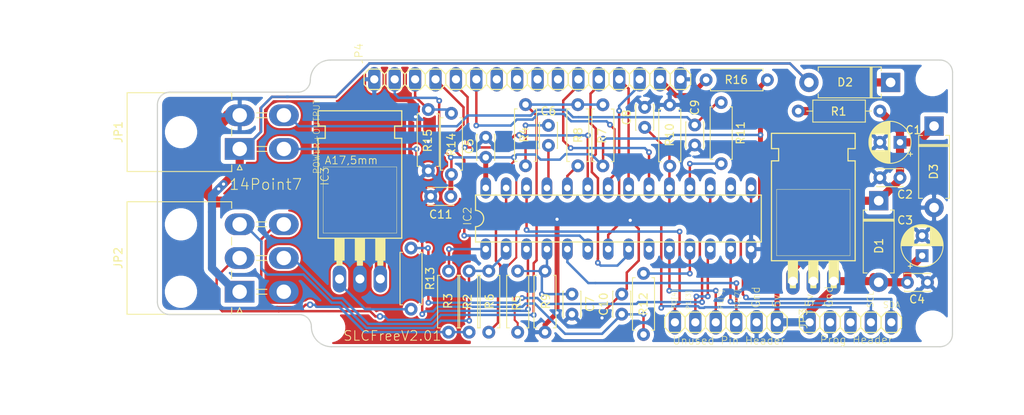
<source format=kicad_pcb>
(kicad_pcb (version 20171130) (host pcbnew 5.1.4-e60b266~84~ubuntu19.04.1)
  (layers (0 Top signal) (31 Bottom signal) (34 B.Paste user) (35 F.Paste user) (36 B.SilkS user) (37 F.SilkS user) (38 B.Mask user) (39 F.Mask user) (44 Edge.Cuts user))
  (net 0 "")
  (net 1 GND)
  (net 2 +5V)
  (net 3 /RT_ADC)
  (net 4 /P0[4])
  (net 5 /AC_TEMP_SENSE_OUT)
  (net 6 /RE+_ADC)
  (net 7 /LCD_RW)
  (net 8 /LCD_E)
  (net 9 /LCD_DB6)
  (net 10 /LCD_DB4)
  (net 11 /XRES)
  (net 12 /PWM_NB_OUT)
  (net 13 /PWM_HEATER)
  (net 14 /CAL)
  (net 15 /PROG_SDA)
  (net 16 /PROG_SCL)
  (net 17 /P1[3])
  (net 18 /PWM_LIN_OUT)
  (net 19 /P1[7])
  (net 20 "Net-(IC2-Pad9)")
  (net 21 /P2[7])
  (net 22 /LCD_RS)
  (net 23 /INSAMP_VREF)
  (net 24 /LSU_VGND)
  (net 25 /LCD_DB5)
  (net 26 /LCD_DB7)
  (net 27 /LSU_IA)
  (net 28 /APE_ADC)
  (net 29 "Net-(IC3-PadG)")
  (net 30 "Net-(C6-Pad2)")
  (net 31 /LSU_NERMEST)
  (net 32 /LSU_IP)
  (net 33 /LCD_ANODE)
  (net 34 "Net-(JP4-Pad10)")
  (net 35 "Net-(JP4-Pad9)")
  (net 36 "Net-(JP4-Pad8)")
  (net 37 "Net-(JP4-Pad7)")
  (net 38 /LCD_CONTRAST)
  (net 39 LIN_OUT)
  (net 40 H_GND)
  (net 41 NB_OUT)
  (net 42 LSU_HEATER-)
  (net 43 12V)
  (net 44 "Net-(D2-Pad1)")
  (net 45 "Net-(C1-Pad1)")
  (module Resistor_THT:R_Axial_DIN0207_L6.3mm_D2.5mm_P7.62mm_Horizontal (layer Top) (at 152.9815 114.49 270)
    (fp_text reference R12 (at 3.82 0.0115 270) (layer F.SilkS))
    (fp_text value 1k)
    (pad 2 thru_hole oval (at 7.62 0 270) (size 1.6 1.6) (drill 0.8) (layers *.Cu *.Mask) (net 39 LIN_OUT))
    (pad 1 thru_hole circle (at 0 0 270) (size 1.6 1.6) (drill 0.8) (layers *.Cu *.Mask) (net 18 /PWM_LIN_OUT))
  )
  (module Connector_Molex:Molex_Mini-Fit_Jr_5569-04A2_2x02_P4.20mm_Horizontal (layer Top) (at 102.73 98.99 90)
    (fp_text reference JP1 (at 2.1 -15.1 90) (layer F.SilkS))
    (fp_text value PINHD-1X5)
    (pad "" np_thru_hole circle (at 2.1 -7.3 90) (size 3 3) (drill 3) (layers *.Cu *.Mask))
    (pad 4 thru_hole oval (at 4.2 5.5 90) (size 2.7 3.7) (drill 1.8) (layers *.Cu *.Mask) (net 41 NB_OUT))
    (pad 3 thru_hole oval (at 0 5.5 90) (size 2.7 3.7) (drill 1.8) (layers *.Cu *.Mask) (net 39 LIN_OUT))
    (pad 2 thru_hole oval (at 4.2 0 90) (size 2.7 3.7) (drill 1.8) (layers *.Cu *.Mask) (net 1 GND))
    (pad 1 thru_hole rect (at 0 0 90) (size 2.7 3.7) (drill 1.8) (layers *.Cu *.Mask) (net 43 12V))
  )
  (module Connector_Molex:Molex_Mini-Fit_Jr_5569-06A2_2x03_P4.20mm_Horizontal (layer Top) (at 102.72 116.78 90)
    (fp_text reference JP2 (at 4.2 -15.1 90) (layer F.SilkS))
    (fp_text value PINHD-1X6)
    (pad "" np_thru_hole circle (at 8.4 -7.3 90) (size 3 3) (drill 3) (layers *.Cu *.Mask))
    (pad "" np_thru_hole circle (at 0 -7.3 90) (size 3 3) (drill 3) (layers *.Cu *.Mask))
    (pad 6 thru_hole oval (at 8.4 5.5 90) (size 2.7 3.7) (drill 1.8) (layers *.Cu *.Mask) (net 32 /LSU_IP))
    (pad 5 thru_hole oval (at 4.2 5.5 90) (size 2.7 3.7) (drill 1.8) (layers *.Cu *.Mask) (net 31 /LSU_NERMEST))
    (pad 4 thru_hole oval (at 0 5.5 90) (size 2.7 3.7) (drill 1.8) (layers *.Cu *.Mask) (net 42 LSU_HEATER-))
    (pad 3 thru_hole oval (at 8.4 0 90) (size 2.7 3.7) (drill 1.8) (layers *.Cu *.Mask) (net 27 /LSU_IA))
    (pad 2 thru_hole oval (at 4.2 0 90) (size 2.7 3.7) (drill 1.8) (layers *.Cu *.Mask) (net 24 /LSU_VGND))
    (pad 1 thru_hole rect (at 0 0 90) (size 2.7 3.7) (drill 1.8) (layers *.Cu *.Mask) (net 43 12V))
  )
  (module Resistor_THT:R_Axial_DIN0207_L6.3mm_D2.5mm_P10.16mm_Horizontal (layer Top) (at 172.24 94.27)
    (fp_text reference R1 (at 5.02 0.05) (layer F.SilkS))
    (fp_text value 10)
    (pad 2 thru_hole oval (at 10.16 0) (size 1.6 1.6) (drill 0.8) (layers *.Cu *.Mask) (net 45 "Net-(C1-Pad1)"))
    (pad 1 thru_hole circle (at 0 0) (size 1.6 1.6) (drill 0.8) (layers *.Cu *.Mask) (net 44 "Net-(D2-Pad1)"))
  )
  (module Capacitor_THT:C_Disc_D3.0mm_W2.0mm_P2.50mm (layer Top) (at 141.15 98.55 90)
    (fp_text reference C6 (at 4.27 -0.01 180) (layer F.SilkS))
    (fp_text value 1uf)
    (pad 2 thru_hole circle (at 2.5 0 90) (size 1.6 1.6) (drill 0.8) (layers *.Cu *.Mask) (net 30 "Net-(C6-Pad2)"))
    (pad 1 thru_hole circle (at 0 0 90) (size 1.6 1.6) (drill 0.8) (layers *.Cu *.Mask) (net 5 /AC_TEMP_SENSE_OUT))
  )
  (module Resistor_THT:R_Axial_DIN0207_L6.3mm_D2.5mm_P7.62mm_Horizontal (layer Top) (at 147.925 101.1 90)
    (fp_text reference R7 (at 3.74 -0.105 90) (layer F.SilkS))
    (fp_text value R-US_0204_7)
    (pad 2 thru_hole oval (at 7.62 0 90) (size 1.6 1.6) (drill 0.8) (layers *.Cu *.Mask) (net 31 /LSU_NERMEST))
    (pad 1 thru_hole circle (at 0 0 90) (size 1.6 1.6) (drill 0.8) (layers *.Cu *.Mask) (net 2 +5V))
  )
  (module Resistor_THT:R_Axial_DIN0207_L6.3mm_D2.5mm_P7.62mm_Horizontal (layer Top) (at 144.81 93.47 270)
    (fp_text reference R8 (at 3.8 -0.04 270) (layer F.SilkS))
    (fp_text value 1k)
    (pad 2 thru_hole oval (at 7.62 0 270) (size 1.6 1.6) (drill 0.8) (layers *.Cu *.Mask) (net 6 /RE+_ADC))
    (pad 1 thru_hole circle (at 0 0 270) (size 1.6 1.6) (drill 0.8) (layers *.Cu *.Mask) (net 31 /LSU_NERMEST))
  )
  (module Resistor_THT:R_Axial_DIN0207_L6.3mm_D2.5mm_P7.62mm_Horizontal (layer Top) (at 160.775 90.375)
    (fp_text reference R16 (at 3.755 -0.005) (layer F.SilkS))
    (fp_text value 100)
    (pad 2 thru_hole oval (at 7.62 0) (size 1.6 1.6) (drill 0.8) (layers *.Cu *.Mask) (net 2 +5V))
    (pad 1 thru_hole circle (at 0 0) (size 1.6 1.6) (drill 0.8) (layers *.Cu *.Mask) (net 33 /LCD_ANODE))
  )
  (module Resistor_THT:R_Axial_DIN0207_L6.3mm_D2.5mm_P7.62mm_Horizontal (layer Top) (at 156.25 101.125 90)
    (fp_text reference R10 (at 3.895 -0.01 90) (layer F.SilkS))
    (fp_text value 10k)
    (pad 2 thru_hole oval (at 7.62 0 90) (size 1.6 1.6) (drill 0.8) (layers *.Cu *.Mask) (net 1 GND))
    (pad 1 thru_hole circle (at 0 0 90) (size 1.6 1.6) (drill 0.8) (layers *.Cu *.Mask) (net 11 /XRES))
  )
  (module Resistor_THT:R_Axial_DIN0207_L6.3mm_D2.5mm_P7.62mm_Horizontal (layer Top) (at 162.65 100.825 90)
    (fp_text reference R11 (at 3.825 2.41 90) (layer F.SilkS))
    (fp_text value 1k)
    (pad 2 thru_hole oval (at 7.62 0 90) (size 1.6 1.6) (drill 0.8) (layers *.Cu *.Mask) (net 41 NB_OUT))
    (pad 1 thru_hole circle (at 0 0 90) (size 1.6 1.6) (drill 0.8) (layers *.Cu *.Mask) (net 12 /PWM_NB_OUT))
  )
  (module Resistor_THT:R_Axial_DIN0207_L6.3mm_D2.5mm_P7.62mm_Horizontal (layer Top) (at 124.05 111.33 270)
    (fp_text reference R13 (at 3.81 -2.37 270) (layer F.SilkS))
    (fp_text value 1K)
    (pad 2 thru_hole oval (at 7.62 0 270) (size 1.6 1.6) (drill 0.8) (layers *.Cu *.Mask) (net 29 "Net-(IC3-PadG)"))
    (pad 1 thru_hole circle (at 0 0 270) (size 1.6 1.6) (drill 0.8) (layers *.Cu *.Mask) (net 13 /PWM_HEATER))
  )
  (module Resistor_THT:R_Axial_DIN0207_L6.3mm_D2.5mm_P7.62mm_Horizontal (layer Top) (at 131.275 121.82 90)
    (fp_text reference R3 (at 3.89 -2.615 90) (layer F.SilkS))
    (fp_text value 61.9)
    (pad 2 thru_hole oval (at 7.62 0 90) (size 1.6 1.6) (drill 0.8) (layers *.Cu *.Mask) (net 27 /LSU_IA))
    (pad 1 thru_hole circle (at 0 0 90) (size 1.6 1.6) (drill 0.8) (layers *.Cu *.Mask) (net 32 /LSU_IP))
  )
  (module Resistor_THT:R_Axial_DIN0207_L6.3mm_D2.5mm_P7.62mm_Horizontal (layer Top) (at 128.725 114.2 270)
    (fp_text reference R2 (at 3.81 -2.37 270) (layer F.SilkS))
    (fp_text value 1k)
    (pad 2 thru_hole oval (at 7.62 0 270) (size 1.6 1.6) (drill 0.8) (layers *.Cu *.Mask) (net 32 /LSU_IP))
    (pad 1 thru_hole circle (at 0 0 270) (size 1.6 1.6) (drill 0.8) (layers *.Cu *.Mask) (net 28 /APE_ADC))
  )
  (module Resistor_THT:R_Axial_DIN0207_L6.3mm_D2.5mm_P7.62mm_Horizontal (layer Top) (at 133.725 114.2 270)
    (fp_text reference R6 (at 3.77 -0.095 270) (layer F.SilkS))
    (fp_text value 1k)
    (pad 2 thru_hole oval (at 7.62 0 270) (size 1.6 1.6) (drill 0.8) (layers *.Cu *.Mask) (net 3 /RT_ADC))
    (pad 1 thru_hole circle (at 0 0 270) (size 1.6 1.6) (drill 0.8) (layers *.Cu *.Mask) (net 27 /LSU_IA))
  )
  (module Resistor_THT:R_Axial_DIN0207_L6.3mm_D2.5mm_P7.62mm_Horizontal (layer Top) (at 137.325 121.82 90)
    (fp_text reference R5 (at 3.64 -0.115 90) (layer F.SilkS))
    (fp_text value 1k)
    (pad 2 thru_hole oval (at 7.62 0 90) (size 1.6 1.6) (drill 0.8) (layers *.Cu *.Mask) (net 23 /INSAMP_VREF))
    (pad 1 thru_hole circle (at 0 0 90) (size 1.6 1.6) (drill 0.8) (layers *.Cu *.Mask) (net 2 +5V))
  )
  (module Resistor_THT:R_Axial_DIN0207_L6.3mm_D2.5mm_P7.62mm_Horizontal (layer Top) (at 140.725 114.2 270)
    (fp_text reference R9 (at 3.77 -0.105 270) (layer F.SilkS))
    (fp_text value 1k)
    (pad 2 thru_hole oval (at 7.62 0 270) (size 1.6 1.6) (drill 0.8) (layers *.Cu *.Mask) (net 1 GND))
    (pad 1 thru_hole circle (at 0 0 270) (size 1.6 1.6) (drill 0.8) (layers *.Cu *.Mask) (net 23 /INSAMP_VREF))
  )
  (module Resistor_THT:R_Axial_DIN0207_L6.3mm_D2.5mm_P7.62mm_Horizontal (layer Top) (at 138.3003 93.4594 270)
    (fp_text reference R4 (at 3.7506 0.1503 270) (layer F.SilkS))
    (fp_text value 10k)
    (pad 2 thru_hole oval (at 7.62 0 270) (size 1.6 1.6) (drill 0.8) (layers *.Cu *.Mask) (net 30 "Net-(C6-Pad2)"))
    (pad 1 thru_hole circle (at 0 0 270) (size 1.6 1.6) (drill 0.8) (layers *.Cu *.Mask) (net 31 /LSU_NERMEST))
  )
  (module Resistor_THT:R_Axial_DIN0207_L6.3mm_D2.5mm_P7.62mm_Horizontal (layer Top) (at 129.075 94.55 270)
    (fp_text reference R14 (at 3.9 0.015 270) (layer F.SilkS))
    (fp_text value 4.7k)
    (pad 2 thru_hole oval (at 7.62 0 270) (size 1.6 1.6) (drill 0.8) (layers *.Cu *.Mask) (net 2 +5V))
    (pad 1 thru_hole circle (at 0 0 270) (size 1.6 1.6) (drill 0.8) (layers *.Cu *.Mask) (net 38 /LCD_CONTRAST))
  )
  (module Resistor_THT:R_Axial_DIN0207_L6.3mm_D2.5mm_P7.62mm_Horizontal (layer Top) (at 126.2 101.7 90)
    (fp_text reference R15 (at 3.76 -0.08 90) (layer F.SilkS))
    (fp_text value 1.2k)
    (pad 2 thru_hole oval (at 7.62 0 90) (size 1.6 1.6) (drill 0.8) (layers *.Cu *.Mask) (net 38 /LCD_CONTRAST))
    (pad 1 thru_hole circle (at 0 0 90) (size 1.6 1.6) (drill 0.8) (layers *.Cu *.Mask) (net 1 GND))
  )
  (module Capacitor_THT:C_Disc_D3.0mm_W2.0mm_P2.50mm (layer Top) (at 129 104.9 180)
    (fp_text reference C11 (at 1.25 -2.25 180) (layer F.SilkS))
    (fp_text value 100nf)
    (pad 2 thru_hole circle (at 2.5 0 180) (size 1.6 1.6) (drill 0.8) (layers *.Cu *.Mask) (net 1 GND))
    (pad 1 thru_hole circle (at 0 0 180) (size 1.6 1.6) (drill 0.8) (layers *.Cu *.Mask) (net 2 +5V))
  )
  (module Capacitor_THT:C_Disc_D3.0mm_W2.0mm_P2.50mm (layer Top) (at 144.075 117.075 270)
    (fp_text reference C7 (at 1.25 -2.25 270) (layer F.SilkS))
    (fp_text value 100nf)
    (pad 2 thru_hole circle (at 2.5 0 270) (size 1.6 1.6) (drill 0.8) (layers *.Cu *.Mask) (net 1 GND))
    (pad 1 thru_hole circle (at 0 0 270) (size 1.6 1.6) (drill 0.8) (layers *.Cu *.Mask) (net 23 /INSAMP_VREF))
  )
  (module Capacitor_THT:C_Disc_D3.0mm_W2.0mm_P2.50mm (layer Top) (at 150.275 119.575 90)
    (fp_text reference C10 (at 1.25 -2.25 90) (layer F.SilkS))
    (fp_text value 100nf)
    (pad 2 thru_hole circle (at 2.5 0 90) (size 1.6 1.6) (drill 0.8) (layers *.Cu *.Mask) (net 1 GND))
    (pad 1 thru_hole circle (at 0 0 90) (size 1.6 1.6) (drill 0.8) (layers *.Cu *.Mask) (net 39 LIN_OUT))
  )
  (module Capacitor_THT:C_Disc_D3.0mm_W2.0mm_P2.50mm (layer Top) (at 185.82 115.62)
    (fp_text reference C4 (at 1.2 2.1) (layer F.SilkS))
    (fp_text value 100nf)
    (pad 2 thru_hole circle (at 2.5 0) (size 1.6 1.6) (drill 0.8) (layers *.Cu *.Mask) (net 1 GND))
    (pad 1 thru_hole circle (at 0 0) (size 1.6 1.6) (drill 0.8) (layers *.Cu *.Mask) (net 2 +5V))
  )
  (module Capacitor_THT:C_Disc_D3.0mm_W2.0mm_P2.50mm (layer Top) (at 184.9 102.57 180)
    (fp_text reference C2 (at -0.62 -2.09 180) (layer F.SilkS))
    (fp_text value 100nf)
    (pad 2 thru_hole circle (at 2.5 0 180) (size 1.6 1.6) (drill 0.8) (layers *.Cu *.Mask) (net 1 GND))
    (pad 1 thru_hole circle (at 0 0 180) (size 1.6 1.6) (drill 0.8) (layers *.Cu *.Mask) (net 45 "Net-(C1-Pad1)"))
  )
  (module Capacitor_THT:C_Disc_D3.0mm_W2.0mm_P2.50mm (layer Top) (at 159.3569 96 270)
    (fp_text reference C9 (at -2.18 -0.0131 270) (layer F.SilkS))
    (fp_text value 100nf)
    (pad 2 thru_hole circle (at 2.5 0 270) (size 1.6 1.6) (drill 0.8) (layers *.Cu *.Mask) (net 1 GND))
    (pad 1 thru_hole circle (at 0 0 270) (size 1.6 1.6) (drill 0.8) (layers *.Cu *.Mask) (net 41 NB_OUT))
  )
  (module Capacitor_THT:C_Disc_D3.0mm_W2.0mm_P2.50mm (layer Top) (at 153.13 96.3 90)
    (fp_text reference C8 (at 1.25 -2.25 90) (layer F.SilkS))
    (fp_text value 100nf)
    (pad 2 thru_hole circle (at 2.5 0 90) (size 1.6 1.6) (drill 0.8) (layers *.Cu *.Mask) (net 1 GND))
    (pad 1 thru_hole circle (at 0 0 90) (size 1.6 1.6) (drill 0.8) (layers *.Cu *.Mask) (net 11 /XRES))
  )
  (module Capacitor_THT:C_Disc_D3.0mm_W2.0mm_P2.50mm (layer Top) (at 133.3473 100.038 90)
    (fp_text reference C5 (at 1.378 -2.0573 90) (layer F.SilkS))
    (fp_text value 100nf)
    (pad 2 thru_hole circle (at 2.5 0 90) (size 1.6 1.6) (drill 0.8) (layers *.Cu *.Mask) (net 1 GND))
    (pad 1 thru_hole circle (at 0 0 90) (size 1.6 1.6) (drill 0.8) (layers *.Cu *.Mask) (net 2 +5V))
  )
  (module SLC_Free_PCB:TO220BH (layer Top) (at 117.69 108.84)
    (fp_text reference IC3 (at -3.81 -5.207 90) (layer F.SilkS) (effects (font (size 0.9652 0.9652) (thickness 0.09652)) (justify left bottom)))
    (fp_text value IRF3710)
    (fp_text user A17,5mm (at -4.445 -7.874) (layer F.SilkS) (effects (font (size 0.9652 0.9652) (thickness 0.1016)) (justify left bottom)))
    (pad 3 smd rect (at 0 -11.43) (size 11.5 8) (layers Top F.Paste F.Mask))
    (pad G thru_hole oval (at -2.54 6.35 90) (size 3.3528 1.6764) (drill 1.1176) (layers *.Cu *.Mask) (net 29 "Net-(IC3-PadG)"))
    (pad D thru_hole oval (at 0 6.35 90) (size 3.3528 1.6764) (drill 1.1176) (layers *.Cu *.Mask) (net 42 LSU_HEATER-))
    (pad S thru_hole oval (at 2.54 6.35 90) (size 3.3528 1.6764) (drill 1.1176) (layers *.Cu *.Mask) (net 1 GND))
  )
  (module SLC_Free_PCB:TO220H (layer Top) (at 174.1143 105.2972)
    (fp_text reference IC1 hide)
    (fp_text value 78T)
    (pad 4 smd rect (at 0 -5.08) (size 11.5 8) (layers Top F.Paste F.Mask))
    (pad 1 thru_hole oval (at -2.54 10.16 90) (size 3.3528 1.6764) (drill 1.1176) (layers *.Cu *.Mask) (net 45 "Net-(C1-Pad1)"))
    (pad 2 thru_hole oval (at 0 10.16 90) (size 3.3528 1.6764) (drill 1.1176) (layers *.Cu *.Mask) (net 1 GND))
    (pad 3 thru_hole oval (at 2.54 10.16 90) (size 3.3528 1.6764) (drill 1.1176) (layers *.Cu *.Mask) (net 2 +5V))
  )
  (module "" (layer Top) (at 114.0179 121.2216)
    (fp_text reference @HOLE0 hide)
    (fp_text value "" (at 0 0) (layer F.SilkS) (effects (font (size 1.27 1.27))))
    (pad "" np_thru_hole circle (at 0 0) (size 3.2 3.2) (drill 3.2) (layers *.Cu))
  )
  (module "" (layer Top) (at 188.9479 121.2216)
    (fp_text reference @HOLE1 hide)
    (fp_text value "" (at 0 0) (layer F.SilkS) (effects (font (size 1.27 1.27))))
    (pad "" np_thru_hole circle (at 0 0) (size 3.2 3.2) (drill 3.2) (layers *.Cu))
  )
  (module "" (layer Top) (at 188.9479 90.3098)
    (fp_text reference @HOLE2 hide)
    (fp_text value "" (at 0 0) (layer F.SilkS) (effects (font (size 1.27 1.27))))
    (pad "" np_thru_hole circle (at 0 0) (size 3.2 3.2) (drill 3.2) (layers *.Cu))
  )
  (module "" (layer Top) (at 114.0179 90.3098)
    (fp_text reference @HOLE3 hide)
    (fp_text value "" (at 0 0) (layer F.SilkS) (effects (font (size 1.27 1.27))))
    (pad "" np_thru_hole circle (at 0 0) (size 3.2 3.2) (drill 3.2) (layers *.Cu))
  )
  (module SLC_Free_PCB:DIL28-3 (layer Top) (at 149.8573 107.658)
    (fp_text reference IC2 (at -18.2173 0.932 90) (layer F.SilkS) (effects (font (size 0.9652 0.9652) (thickness 0.09652)) (justify left bottom)))
    (fp_text value CY8C24423A-24PXI)
    (pad 28 thru_hole oval (at -16.51 -3.81 90) (size 2.6416 1.3208) (drill 0.8128) (layers *.Cu *.Mask) (net 2 +5V))
    (pad 27 thru_hole oval (at -13.97 -3.81 90) (size 2.6416 1.3208) (drill 0.8128) (layers *.Cu *.Mask) (net 3 /RT_ADC))
    (pad 26 thru_hole oval (at -11.43 -3.81 90) (size 2.6416 1.3208) (drill 0.8128) (layers *.Cu *.Mask) (net 4 /P0[4]))
    (pad 25 thru_hole oval (at -8.89 -3.81 90) (size 2.6416 1.3208) (drill 0.8128) (layers *.Cu *.Mask) (net 5 /AC_TEMP_SENSE_OUT))
    (pad 24 thru_hole oval (at -6.35 -3.81 90) (size 2.6416 1.3208) (drill 0.8128) (layers *.Cu *.Mask) (net 6 /RE+_ADC))
    (pad 23 thru_hole oval (at -3.81 -3.81 90) (size 2.6416 1.3208) (drill 0.8128) (layers *.Cu *.Mask) (net 7 /LCD_RW))
    (pad 22 thru_hole oval (at -1.27 -3.81 90) (size 2.6416 1.3208) (drill 0.8128) (layers *.Cu *.Mask) (net 8 /LCD_E))
    (pad 21 thru_hole oval (at 1.27 -3.81 90) (size 2.6416 1.3208) (drill 0.8128) (layers *.Cu *.Mask) (net 9 /LCD_DB6))
    (pad 20 thru_hole oval (at 3.81 -3.81 90) (size 2.6416 1.3208) (drill 0.8128) (layers *.Cu *.Mask) (net 10 /LCD_DB4))
    (pad 19 thru_hole oval (at 6.35 -3.81 90) (size 2.6416 1.3208) (drill 0.8128) (layers *.Cu *.Mask) (net 11 /XRES))
    (pad 18 thru_hole oval (at 8.89 -3.81 90) (size 2.6416 1.3208) (drill 0.8128) (layers *.Cu *.Mask) (net 12 /PWM_NB_OUT))
    (pad 17 thru_hole oval (at 11.43 -3.81 90) (size 2.6416 1.3208) (drill 0.8128) (layers *.Cu *.Mask) (net 13 /PWM_HEATER))
    (pad 16 thru_hole oval (at 13.97 -3.81 90) (size 2.6416 1.3208) (drill 0.8128) (layers *.Cu *.Mask) (net 14 /CAL))
    (pad 15 thru_hole oval (at 16.51 -3.81 90) (size 2.6416 1.3208) (drill 0.8128) (layers *.Cu *.Mask) (net 15 /PROG_SDA))
    (pad 14 thru_hole oval (at 16.51 3.81 90) (size 2.6416 1.3208) (drill 0.8128) (layers *.Cu *.Mask) (net 1 GND))
    (pad 13 thru_hole oval (at 13.97 3.81 90) (size 2.6416 1.3208) (drill 0.8128) (layers *.Cu *.Mask) (net 16 /PROG_SCL))
    (pad 12 thru_hole oval (at 11.43 3.81 90) (size 2.6416 1.3208) (drill 0.8128) (layers *.Cu *.Mask) (net 17 /P1[3]))
    (pad 11 thru_hole oval (at 8.89 3.81 90) (size 2.6416 1.3208) (drill 0.8128) (layers *.Cu *.Mask) (net 18 /PWM_LIN_OUT))
    (pad 10 thru_hole oval (at 6.35 3.81 90) (size 2.6416 1.3208) (drill 0.8128) (layers *.Cu *.Mask) (net 19 /P1[7]))
    (pad 9 thru_hole oval (at 3.81 3.81 90) (size 2.6416 1.3208) (drill 0.8128) (layers *.Cu *.Mask) (net 20 "Net-(IC2-Pad9)"))
    (pad 5 thru_hole oval (at -6.35 3.81 90) (size 2.6416 1.3208) (drill 0.8128) (layers *.Cu *.Mask) (net 21 /P2[7]))
    (pad 6 thru_hole oval (at -3.81 3.81 90) (size 2.6416 1.3208) (drill 0.8128) (layers *.Cu *.Mask) (net 22 /LCD_RS))
    (pad 4 thru_hole oval (at -8.89 3.81 90) (size 2.6416 1.3208) (drill 0.8128) (layers *.Cu *.Mask) (net 23 /INSAMP_VREF))
    (pad 3 thru_hole oval (at -11.43 3.81 90) (size 2.6416 1.3208) (drill 0.8128) (layers *.Cu *.Mask) (net 24 /LSU_VGND))
    (pad 8 thru_hole oval (at 1.27 3.81 90) (size 2.6416 1.3208) (drill 0.8128) (layers *.Cu *.Mask) (net 25 /LCD_DB5))
    (pad 7 thru_hole oval (at -1.27 3.81 90) (size 2.6416 1.3208) (drill 0.8128) (layers *.Cu *.Mask) (net 26 /LCD_DB7))
    (pad 2 thru_hole oval (at -13.97 3.81 90) (size 2.6416 1.3208) (drill 0.8128) (layers *.Cu *.Mask) (net 27 /LSU_IA))
    (pad 1 thru_hole oval (at -16.51 3.81 90) (size 2.6416 1.3208) (drill 0.8128) (layers *.Cu *.Mask) (net 28 /APE_ADC))
  )
  (module SLC_Free_PCB:1X05 (layer Top) (at 178.7371 120.5866)
    (fp_text reference JP3 (at -6.4262 -1.8288 90) (layer F.SilkS) (effects (font (size 0.9652 0.9652) (thickness 0.09652)) (justify right top)))
    (fp_text value PINHD-1X5)
    (pad 5 thru_hole oval (at 5.08 0 90) (size 3.048 1.524) (drill 1.016) (layers *.Cu *.Mask) (net 15 /PROG_SDA))
    (pad 4 thru_hole oval (at 2.54 0 90) (size 3.048 1.524) (drill 1.016) (layers *.Cu *.Mask) (net 16 /PROG_SCL))
    (pad 3 thru_hole oval (at 0 0 90) (size 3.048 1.524) (drill 1.016) (layers *.Cu *.Mask) (net 11 /XRES))
    (pad 2 thru_hole oval (at -2.54 0 90) (size 3.048 1.524) (drill 1.016) (layers *.Cu *.Mask) (net 1 GND))
    (pad 1 thru_hole oval (at -5.08 0 90) (size 3.048 1.524) (drill 1.016) (layers *.Cu *.Mask) (net 2 +5V))
  )
  (module SLC_Free_PCB:1X16 (layer Top) (at 138.5289 90.3098)
    (fp_text reference JP4 (at -20.3962 -1.8288 90) (layer F.SilkS) (effects (font (size 0.9652 0.9652) (thickness 0.09652)) (justify left bottom)))
    (fp_text value PINHD-1X16)
    (pad 16 thru_hole oval (at 19.05 0 90) (size 3.048 1.524) (drill 1.016) (layers *.Cu *.Mask) (net 1 GND))
    (pad 15 thru_hole oval (at 16.51 0 90) (size 3.048 1.524) (drill 1.016) (layers *.Cu *.Mask) (net 33 /LCD_ANODE))
    (pad 14 thru_hole oval (at 13.97 0 90) (size 3.048 1.524) (drill 1.016) (layers *.Cu *.Mask) (net 26 /LCD_DB7))
    (pad 13 thru_hole oval (at 11.43 0 90) (size 3.048 1.524) (drill 1.016) (layers *.Cu *.Mask) (net 9 /LCD_DB6))
    (pad 12 thru_hole oval (at 8.89 0 90) (size 3.048 1.524) (drill 1.016) (layers *.Cu *.Mask) (net 25 /LCD_DB5))
    (pad 11 thru_hole oval (at 6.35 0 90) (size 3.048 1.524) (drill 1.016) (layers *.Cu *.Mask) (net 10 /LCD_DB4))
    (pad 10 thru_hole oval (at 3.81 0 90) (size 3.048 1.524) (drill 1.016) (layers *.Cu *.Mask) (net 34 "Net-(JP4-Pad10)"))
    (pad 9 thru_hole oval (at 1.27 0 90) (size 3.048 1.524) (drill 1.016) (layers *.Cu *.Mask) (net 35 "Net-(JP4-Pad9)"))
    (pad 8 thru_hole oval (at -1.27 0 90) (size 3.048 1.524) (drill 1.016) (layers *.Cu *.Mask) (net 36 "Net-(JP4-Pad8)"))
    (pad 7 thru_hole oval (at -3.81 0 90) (size 3.048 1.524) (drill 1.016) (layers *.Cu *.Mask) (net 37 "Net-(JP4-Pad7)"))
    (pad 6 thru_hole oval (at -6.35 0 90) (size 3.048 1.524) (drill 1.016) (layers *.Cu *.Mask) (net 8 /LCD_E))
    (pad 5 thru_hole oval (at -8.89 0 90) (size 3.048 1.524) (drill 1.016) (layers *.Cu *.Mask) (net 7 /LCD_RW))
    (pad 4 thru_hole oval (at -11.43 0 90) (size 3.048 1.524) (drill 1.016) (layers *.Cu *.Mask) (net 22 /LCD_RS))
    (pad 3 thru_hole oval (at -13.97 0 90) (size 3.048 1.524) (drill 1.016) (layers *.Cu *.Mask) (net 38 /LCD_CONTRAST))
    (pad 2 thru_hole oval (at -16.51 0 90) (size 3.048 1.524) (drill 1.016) (layers *.Cu *.Mask) (net 2 +5V))
    (pad 1 thru_hole oval (at -19.05 0 90) (size 3.048 1.524) (drill 1.016) (layers *.Cu *.Mask) (net 1 GND))
  )
  (module SLC_Free_PCB:1X06 (layer Top) (at 163.2431 120.5866)
    (fp_text reference JP5 hide)
    (fp_text value PINHD-1X6)
    (pad 6 thru_hole oval (at 6.35 0 90) (size 3.048 1.524) (drill 1.016) (layers *.Cu *.Mask) (net 2 +5V))
    (pad 5 thru_hole oval (at 3.81 0 90) (size 3.048 1.524) (drill 1.016) (layers *.Cu *.Mask) (net 1 GND))
    (pad 4 thru_hole oval (at 1.27 0 90) (size 3.048 1.524) (drill 1.016) (layers *.Cu *.Mask) (net 21 /P2[7]))
    (pad 3 thru_hole oval (at -1.27 0 90) (size 3.048 1.524) (drill 1.016) (layers *.Cu *.Mask) (net 19 /P1[7]))
    (pad 2 thru_hole oval (at -3.81 0 90) (size 3.048 1.524) (drill 1.016) (layers *.Cu *.Mask) (net 17 /P1[3]))
    (pad 1 thru_hole oval (at -6.35 0 90) (size 3.048 1.524) (drill 1.016) (layers *.Cu *.Mask) (net 4 /P0[4]))
  )
  (module Diode_THT:D_DO-15_P10.16mm_Horizontal (layer Top) (at 183.73 90.7 180)
    (fp_text reference D2 (at 5.66 0.02 180) (layer F.SilkS))
    (fp_text value 1N4004)
    (pad 1 thru_hole rect (at 0 0 180) (size 2.4 2.4) (drill 1.2) (layers *.Cu *.Mask) (net 44 "Net-(D2-Pad1)"))
    (pad 2 thru_hole oval (at 10.16 0 180) (size 2.4 2.4) (drill 1.2) (layers *.Cu *.Mask) (net 43 12V))
  )
  (module Diode_THT:D_DO-15_P10.16mm_Horizontal (layer Top) (at 182.25 105.44 270)
    (fp_text reference D1 (at 5.63 -0.03 270) (layer F.SilkS))
    (fp_text value 1N4004)
    (pad 1 thru_hole rect (at 0 0 270) (size 2.4 2.4) (drill 1.2) (layers *.Cu *.Mask) (net 45 "Net-(C1-Pad1)"))
    (pad 2 thru_hole oval (at 10.16 0 270) (size 2.4 2.4) (drill 1.2) (layers *.Cu *.Mask) (net 2 +5V))
  )
  (module Diode_THT:D_DO-15_P10.16mm_Horizontal (layer Top) (at 189.14 96.14 270)
    (fp_text reference D3 (at 5.67 0.04 270) (layer F.SilkS))
    (fp_text value P6KE24A)
    (pad 2 thru_hole oval (at 10.16 0 270) (size 2.4 2.4) (drill 1.2) (layers *.Cu *.Mask) (net 1 GND))
    (pad 1 thru_hole rect (at 0 0 270) (size 2.4 2.4) (drill 1.2) (layers *.Cu *.Mask) (net 45 "Net-(C1-Pad1)"))
  )
  (module Capacitor_THT:CP_Radial_D5.0mm_P2.50mm (layer Top) (at 184.9 98.16 180)
    (fp_text reference C1 (at -1.67 1.53 180) (layer F.SilkS))
    (fp_text value 47uF)
    (pad 1 thru_hole rect (at 0 0 180) (size 1.6 1.6) (drill 0.8) (layers *.Cu *.Mask) (net 45 "Net-(C1-Pad1)"))
    (pad 2 thru_hole circle (at 2.5 0 180) (size 1.6 1.6) (drill 0.8) (layers *.Cu *.Mask) (net 1 GND))
  )
  (module Capacitor_THT:CP_Radial_D5.0mm_P2.50mm (layer Top) (at 187.65 112.29 90)
    (fp_text reference C3 (at 4.42 -2.11 180) (layer F.SilkS))
    (fp_text value 47uF)
    (pad 2 thru_hole circle (at 2.5 0 90) (size 1.6 1.6) (drill 0.8) (layers *.Cu *.Mask) (net 1 GND))
    (pad 1 thru_hole rect (at 0 0 90) (size 1.6 1.6) (drill 0.8) (layers *.Cu *.Mask) (net 2 +5V))
  )
  (gr_line (start 189.87 123.631153) (end 114.15 123.63) (layer Edge.Cuts) (width 0.15))
  (gr_line (start 114.020179 87.909821) (end 189.88 87.91) (layer Edge.Cuts) (width 0.15))
  (gr_line (start 94.051153 91.91) (end 110.019967 91.910033) (layer Edge.Cuts) (width 0.15))
  (gr_line (start 110.149788 119.629788) (end 94.05 119.63) (layer Edge.Cuts) (width 0.15))
  (gr_line (start 92.49 93.471153) (end 92.488847 118.068847) (layer Edge.Cuts) (width 0.15))
  (gr_arc (start 110.019967 90.41) (end 110.019967 91.910033) (angle -90) (layer Edge.Cuts) (width 0.15))
  (gr_arc (start 110.149788 121.129821) (end 111.649821 121.129821) (angle -90) (layer Edge.Cuts) (width 0.15))
  (gr_arc (start 114.020179 90.41) (end 114.020179 87.909821) (angle -90) (layer Edge.Cuts) (width 0.15))
  (gr_arc (start 114.15 121.129821) (end 111.649821 121.129821) (angle -90) (layer Edge.Cuts) (width 0.15))
  (gr_line (start 191.441153 89.471153) (end 191.431153 122.07) (layer Edge.Cuts) (width 0.15))
  (gr_arc (start 94.05 118.068847) (end 92.488847 118.068847) (angle -90) (layer Edge.Cuts) (width 0.15))
  (gr_arc (start 94.051153 93.471153) (end 94.051153 91.91) (angle -90) (layer Edge.Cuts) (width 0.15))
  (gr_arc (start 189.88 89.471153) (end 191.441153 89.471153) (angle -90) (layer Edge.Cuts) (width 0.15))
  (gr_arc (start 189.87 122.07) (end 189.87 123.631153) (angle -90) (layer Edge.Cuts) (width 0.15))
  (gr_text 5v (at 174.1905 118.7324 90) (layer F.SilkS) (effects (font (size 0.9652 0.9652) (thickness 0.08128)) (justify left bottom)))
  (gr_text Gnd (at 176.6035 118.8086 90) (layer F.SilkS) (effects (font (size 0.9652 0.9652) (thickness 0.08128)) (justify left bottom)))
  (gr_text "Prog Header" (at 174.8763 123.3298) (layer F.SilkS) (effects (font (size 0.9652 0.9652) (thickness 0.08128)) (justify left bottom)))
  (gr_text "Unused Pin Header" (at 156.5375 123.4314) (layer F.SilkS) (effects (font (size 0.9652 0.9652) (thickness 0.08128)) (justify left bottom)))
  (gr_text 5v (at 170.1011 118.8086 90) (layer F.SilkS) (effects (font (size 0.9652 0.9652) (thickness 0.08128)) (justify left bottom)))
  (gr_text Gnd (at 167.5357 118.8848 90) (layer F.SilkS) (effects (font (size 0.9652 0.9652) (thickness 0.08128)) (justify left bottom)))
  (gr_text P0[4] (at 157.1471 118.9356 90) (layer F.SilkS) (effects (font (size 0.57912 0.57912) (thickness 0.048768)) (justify left bottom)))
  (gr_text P1[3] (at 158.9251 119.0626 90) (layer F.SilkS) (effects (font (size 0.57912 0.57912) (thickness 0.048768)) (justify left bottom)))
  (gr_text P1[7] (at 162.9383 118.9864 90) (layer F.SilkS) (effects (font (size 0.57912 0.57912) (thickness 0.048768)) (justify left bottom)))
  (gr_text P2[7] (at 164.9957 118.9102 90) (layer F.SilkS) (effects (font (size 0.57912 0.57912) (thickness 0.048768)) (justify left bottom)))
  (gr_text POWER+OUTPUT (at 112.7479 102.1462 90) (layer F.SilkS) (effects (font (size 0.77216 0.77216) (thickness 0.065024)) (justify left bottom)))
  (gr_text 14Point7 (at 101.35 104.2) (layer F.SilkS) (effects (font (size 1.35128 1.35128) (thickness 0.113792)) (justify left bottom)))
  (gr_text SCL (at 181.6835 118.834 90) (layer F.SilkS) (effects (font (size 0.77216 0.77216) (thickness 0.065024)) (justify left bottom)))
  (gr_text SDA (at 184.9855 117.9704) (layer F.SilkS) (effects (font (size 0.77216 0.77216) (thickness 0.065024)) (justify right top)))
  (gr_text SLCFreeV2.01 (at 115.55 122.98) (layer F.SilkS) (effects (font (size 1.2065 1.2065) (thickness 0.1016)) (justify left bottom)))
  (via (at 142.22 107.75) (size 0.8) (drill 0.4) (layers Top Bottom) (net 1))
  (via (at 142.22 119.41) (size 0.8) (drill 0.4) (layers Top Bottom) (net 1))
  (via (at 151.33 107.88) (size 0.8) (drill 0.4) (layers Top Bottom) (net 1))
  (via (at 147.82 120.04) (size 0.8) (drill 0.4) (layers Top Bottom) (net 1))
  (segment (start 150.898699 116.395601) (end 150.898699 114.391301) (width 0.3048) (layer Top) (net 1))
  (segment (start 150.2383 117.056) (end 150.898699 116.395601) (width 0.3048) (layer Top) (net 1))
  (segment (start 150.898699 114.391301) (end 152.39 112.9) (width 0.3048) (layer Top) (net 1))
  (segment (start 152.39 108.94) (end 151.33 107.88) (width 0.3048) (layer Top) (net 1))
  (segment (start 152.39 112.9) (end 152.39 108.94) (width 0.3048) (layer Top) (net 1))
  (segment (start 120.23 112.1636) (end 120.23 115.19) (width 1.35) (layer Top) (net 1))
  (segment (start 120.23 111.99) (end 120.23 112.1636) (width 1.35) (layer Top) (net 1))
  (segment (start 142.22 108.315685) (end 142.22 119.41) (width 0.6096) (layer Top) (net 1))
  (segment (start 142.22 107.75) (end 142.22 108.315685) (width 0.6096) (layer Top) (net 1))
  (segment (start 147.82 120.04) (end 147.82 119.4743) (width 0.3048) (layer Top) (net 1))
  (segment (start 147.82 119.4743) (end 147.9443 119.35) (width 0.3048) (layer Top) (net 1))
  (segment (start 147.9443 119.35) (end 150.2383 117.056) (width 0.3048) (layer Top) (net 1))
  (segment (start 140.725 120.905) (end 142.22 119.41) (width 0.6096) (layer Top) (net 1))
  (segment (start 140.725 121.82) (end 140.725 120.905) (width 0.6096) (layer Top) (net 1))
  (segment (start 102.71 95.51) (end 103.21 95.51) (width 0.3048) (layer Bottom) (net 1))
  (segment (start 102.73 94.79) (end 103.23 94.79) (width 0.3048) (layer Bottom) (net 1))
  (segment (start 102.73 94.79) (end 101.49 94.79) (width 1.35) (layer Top) (net 1))
  (segment (start 102.73 94.79) (end 101.3 94.79) (width 1.35) (layer Top) (net 1))
  (segment (start 102.73 94.79) (end 101.36 94.79) (width 1.016) (layer Top) (net 1))
  (via (at 124.61 94.98) (size 0.8) (drill 0.4) (layers Top Bottom) (net 1))
  (segment (start 125.009999 95.379999) (end 125.009999 96.889999) (width 0.6096) (layer Top) (net 1))
  (segment (start 124.61 94.98) (end 125.009999 95.379999) (width 0.6096) (layer Top) (net 1))
  (segment (start 125.009999 96.889999) (end 126.19 98.07) (width 0.6096) (layer Top) (net 1))
  (segment (start 126.19 98.07) (end 126.19 98.07) (width 0.6096) (layer Top) (net 1))
  (via (at 126.19 98.07) (size 0.8) (drill 0.4) (layers Top Bottom) (net 1))
  (segment (start 98.62 97.53) (end 101.36 94.79) (width 1.35) (layer Top) (net 1))
  (segment (start 98.62 104.45) (end 98.62 97.53) (width 1.35) (layer Top) (net 1))
  (segment (start 99.771301 105.601301) (end 98.62 104.45) (width 1.35) (layer Top) (net 1))
  (segment (start 120.23 115.19) (end 120.23 110.992602) (width 1.35) (layer Top) (net 1))
  (segment (start 114.838699 105.601301) (end 99.771301 105.601301) (width 1.35) (layer Top) (net 1))
  (segment (start 120.23 110.992602) (end 114.838699 105.601301) (width 1.35) (layer Top) (net 1))
  (segment (start 133.3473 103.848) (end 133.3473 100.038) (width 0.6096) (layer Top) (net 2))
  (via (at 147.95 97.69) (size 0.7112) (drill 0.3048) (layers Top Bottom) (net 2))
  (segment (start 129.0039 104.8894) (end 129.0039 102.1716) (width 0.6096) (layer Top) (net 2))
  (via (at 129.0039 100.038) (size 0.7112) (drill 0.3048) (layers Top Bottom) (net 2))
  (via (at 127.56 92.98) (size 0.7112) (drill 0.3048) (layers Top Bottom) (net 2))
  (via (at 136.8525 100.038) (size 0.7112) (drill 0.3048) (layers Top Bottom) (net 2))
  (segment (start 169.5931 120.5866) (end 173.6571 120.5866) (width 1.016) (layer Bottom) (net 2))
  (segment (start 168.3485 90.386) (end 167.5357 91.1988) (width 0.6096) (layer Top) (net 2))
  (segment (start 167.5357 91.1988) (end 167.5357 97.244) (width 0.6096) (layer Top) (net 2))
  (via (at 167.5357 97.244) (size 0.7112) (drill 0.3048) (layers Top Bottom) (net 2))
  (segment (start 136.8525 100.540894) (end 136.575 100.818394) (width 0.25) (layer Top) (net 2))
  (segment (start 136.8525 100.038) (end 136.8525 100.540894) (width 0.25) (layer Top) (net 2))
  (segment (start 136.575 100.818394) (end 136.575 101.675) (width 0.25) (layer Top) (net 2))
  (segment (start 136.575 101.675) (end 137.15 102.25) (width 0.25) (layer Top) (net 2))
  (segment (start 137.15 102.25) (end 137.15 112.525) (width 0.25) (layer Top) (net 2))
  (segment (start 137.15 112.525) (end 135.725 113.95) (width 0.25) (layer Top) (net 2))
  (segment (start 135.725 113.95) (end 135.725 114.925) (width 0.25) (layer Top) (net 2))
  (segment (start 135.725 114.925) (end 136.95 116.15) (width 0.25) (layer Top) (net 2))
  (segment (start 136.95 116.15) (end 136.95 120.3) (width 0.25) (layer Top) (net 2))
  (segment (start 137.325 120.675) (end 137.325 121.82) (width 0.25) (layer Top) (net 2))
  (segment (start 136.95 120.3) (end 137.325 120.675) (width 0.25) (layer Top) (net 2))
  (segment (start 156.604 97.244) (end 167.5357 97.244) (width 0.3048) (layer Bottom) (net 2))
  (segment (start 156.6 97.24) (end 156.604 97.244) (width 0.3048) (layer Bottom) (net 2))
  (segment (start 147.95 97.69) (end 156.15 97.69) (width 0.3048) (layer Bottom) (net 2))
  (segment (start 156.15 97.69) (end 156.6 97.24) (width 0.3048) (layer Bottom) (net 2))
  (segment (start 147.95 101.075) (end 147.925 101.1) (width 0.3048) (layer Top) (net 2))
  (segment (start 147.95 97.69) (end 147.95 101.075) (width 0.3048) (layer Top) (net 2))
  (segment (start 129.0039 100.038) (end 133.3473 100.038) (width 0.3048) (layer Bottom) (net 2))
  (segment (start 129.075 100.1091) (end 129.0039 100.038) (width 0.3048) (layer Top) (net 2))
  (segment (start 129.075 102.17) (end 129.075 100.1091) (width 0.3048) (layer Top) (net 2))
  (segment (start 147.925 101.1) (end 146.475 99.65) (width 0.3048) (layer Bottom) (net 2))
  (segment (start 127.56 93.482894) (end 127.55 93.492894) (width 0.3048) (layer Top) (net 2))
  (segment (start 127.56 92.98) (end 127.56 93.482894) (width 0.3048) (layer Top) (net 2))
  (segment (start 127.55 98.5841) (end 129.0039 100.038) (width 0.3048) (layer Top) (net 2))
  (segment (start 127.55 93.492894) (end 127.55 98.5841) (width 0.3048) (layer Top) (net 2))
  (segment (start 146.475 99.65) (end 143.25 99.65) (width 0.3048) (layer Bottom) (net 2))
  (segment (start 143.25 99.65) (end 142.58 100.32) (width 0.3048) (layer Bottom) (net 2))
  (segment (start 142.58 100.32) (end 140.18 100.32) (width 0.3048) (layer Bottom) (net 2))
  (segment (start 137.208099 99.682401) (end 136.8525 100.038) (width 0.3048) (layer Bottom) (net 2))
  (segment (start 139.542401 99.682401) (end 137.208099 99.682401) (width 0.3048) (layer Bottom) (net 2))
  (segment (start 140.18 100.32) (end 139.542401 99.682401) (width 0.3048) (layer Bottom) (net 2))
  (segment (start 134.47867 100.038) (end 136.8525 100.038) (width 0.3048) (layer Bottom) (net 2))
  (segment (start 133.3473 100.038) (end 134.47867 100.038) (width 0.3048) (layer Bottom) (net 2))
  (segment (start 176.6543 113.9572) (end 176.7305 113.881) (width 1.016) (layer Bottom) (net 2))
  (segment (start 185.8 115.6) (end 185.82 115.62) (width 1.016) (layer Bottom) (net 2))
  (segment (start 185.8 115.6) (end 185.82 115.62) (width 1.016) (layer Top) (net 2))
  (segment (start 182.25 115.6) (end 185.8 115.6) (width 1.016) (layer Top) (net 2))
  (segment (start 185.82 114.12) (end 187.65 112.29) (width 1.016) (layer Top) (net 2))
  (segment (start 185.82 115.62) (end 185.82 114.12) (width 1.016) (layer Top) (net 2))
  (segment (start 127.204401 92.624401) (end 127.56 92.98) (width 0.3048) (layer Bottom) (net 2))
  (segment (start 122.504701 92.624401) (end 127.204401 92.624401) (width 0.3048) (layer Bottom) (net 2))
  (segment (start 122.0189 90.3098) (end 122.0189 92.1386) (width 0.3048) (layer Bottom) (net 2))
  (segment (start 122.0189 92.1386) (end 122.504701 92.624401) (width 0.3048) (layer Bottom) (net 2))
  (segment (start 181.6072 114.9572) (end 182.25 115.6) (width 1.016) (layer Top) (net 2))
  (segment (start 176.6543 115.7954) (end 176.6543 114.9572) (width 1.016) (layer Top) (net 2))
  (segment (start 182.1072 115.4572) (end 182.25 115.6) (width 1.016) (layer Top) (net 2))
  (segment (start 176.6543 115.4572) (end 182.1072 115.4572) (width 1.016) (layer Top) (net 2))
  (segment (start 176.6543 116.2954) (end 176.6543 115.4572) (width 1.016) (layer Top) (net 2))
  (segment (start 173.6571 119.2926) (end 176.6543 116.2954) (width 1.016) (layer Top) (net 2))
  (segment (start 173.6571 120.5866) (end 173.6571 119.2926) (width 1.016) (layer Top) (net 2))
  (segment (start 167.5357 97.244) (end 167.5357 109.3843) (width 0.6096) (layer Top) (net 2))
  (segment (start 169.5931 111.4417) (end 167.5357 109.3843) (width 0.6096) (layer Top) (net 2))
  (segment (start 169.5931 120.5866) (end 169.5931 111.4417) (width 0.6096) (layer Top) (net 2))
  (segment (start 133.7029 121.8058) (end 134.8713 120.6374) (width 0.3048) (layer Top) (net 3))
  (segment (start 135.8873 105.6768) (end 135.8873 103.848) (width 0.3048) (layer Top) (net 3))
  (segment (start 134.8713 120.6374) (end 134.8713 115.5087) (width 0.3048) (layer Top) (net 3))
  (segment (start 134.8713 115.5087) (end 135.16 115.22) (width 0.3048) (layer Top) (net 3))
  (segment (start 135.16 115.22) (end 135.16 113.47) (width 0.3048) (layer Top) (net 3))
  (segment (start 135.16 113.47) (end 134.62 112.93) (width 0.3048) (layer Top) (net 3))
  (segment (start 134.62 112.93) (end 134.62 106.9441) (width 0.3048) (layer Top) (net 3))
  (segment (start 134.62 106.9441) (end 135.16 106.4041) (width 0.3048) (layer Top) (net 3))
  (segment (start 134.8713 106.6928) (end 135.16 106.4041) (width 0.3048) (layer Top) (net 3))
  (segment (start 135.16 106.4041) (end 135.8873 105.6768) (width 0.3048) (layer Top) (net 3))
  (segment (start 138.4273 103.848) (end 138.4273 109.0804) (width 0.3048) (layer Top) (net 4))
  (via (at 138.4273 109.0804) (size 0.7112) (drill 0.3048) (layers Top Bottom) (net 4))
  (segment (start 138.4273 109.0804) (end 138.6305 109.2836) (width 0.3048) (layer Bottom) (net 4))
  (segment (start 138.6305 109.2836) (end 157.2233 109.2836) (width 0.3048) (layer Bottom) (net 4))
  (via (at 157.4733 109.2836) (size 0.7112) (drill 0.3048) (layers Top Bottom) (net 4))
  (segment (start 156.8931 118.7578) (end 157.51 118.1409) (width 0.3048) (layer Top) (net 4))
  (segment (start 156.8931 120.5866) (end 156.8931 118.7578) (width 0.3048) (layer Top) (net 4))
  (segment (start 157.4733 118.1042) (end 157.4733 109.2836) (width 0.3048) (layer Top) (net 4))
  (segment (start 157.51 118.1409) (end 157.4733 118.1042) (width 0.3048) (layer Top) (net 4))
  (segment (start 140.9673 98.768) (end 141.1451 98.5902) (width 0.3048) (layer Top) (net 5))
  (segment (start 141.15 103.6653) (end 140.9673 103.848) (width 0.3048) (layer Top) (net 5))
  (segment (start 141.15 98.55) (end 141.15 103.6653) (width 0.3048) (layer Top) (net 5))
  (segment (start 143.5073 103.848) (end 143.5073 102.3494) (width 0.3048) (layer Top) (net 6))
  (segment (start 143.5073 102.3494) (end 144.7773 101.0794) (width 0.3048) (layer Top) (net 6))
  (via (at 146.06 97.3) (size 0.7112) (drill 0.3048) (layers Top Bottom) (net 7))
  (via (at 137.51 97.29) (size 0.8) (drill 0.4) (layers Top Bottom) (net 7))
  (via (at 130.7311 98.8) (size 0.7112) (drill 0.3048) (layers Top Bottom) (net 7))
  (segment (start 129.6389 91.0718) (end 129.6389 90.3098) (width 0.3048) (layer Top) (net 7))
  (segment (start 131.086699 92.519599) (end 129.6389 91.0718) (width 0.3048) (layer Top) (net 7))
  (segment (start 131.086699 98.444401) (end 131.086699 92.519599) (width 0.3048) (layer Top) (net 7))
  (segment (start 130.7311 98.8) (end 131.086699 98.444401) (width 0.3048) (layer Top) (net 7))
  (segment (start 146.0473 97.4173) (end 146.04 97.41) (width 0.3048) (layer Top) (net 7))
  (segment (start 146.0473 103.848) (end 146.0473 97.4173) (width 0.3048) (layer Top) (net 7))
  (segment (start 145.427106 97.3) (end 137.449885 97.3) (width 0.3048) (layer Bottom) (net 7))
  (segment (start 135.434315 98.8) (end 134.92 98.8) (width 0.3048) (layer Top) (net 7))
  (segment (start 137.51 97.29) (end 136.944315 97.29) (width 0.3048) (layer Top) (net 7))
  (segment (start 136.944315 97.29) (end 135.434315 98.8) (width 0.3048) (layer Top) (net 7))
  (segment (start 130.7311 98.8) (end 134.92 98.8) (width 0.3048) (layer Top) (net 7))
  (segment (start 134.92 98.8) (end 135.3842 98.8) (width 0.3048) (layer Top) (net 7))
  (segment (start 145.427106 97.3) (end 146.06 97.3) (width 0.3048) (layer Bottom) (net 7))
  (segment (start 148.5873 103.848) (end 148.9429 103.4924) (width 0.3048) (layer Top) (net 8))
  (via (at 148.81 95.97) (size 0.7112) (drill 0.3048) (layers Top Bottom) (net 8))
  (via (at 132.17 96.07) (size 0.7112) (drill 0.3048) (layers Top Bottom) (net 8))
  (segment (start 148.5873 103.848) (end 148.5873 102.9727) (width 0.3048) (layer Top) (net 8))
  (segment (start 148.5873 102.9727) (end 149.36 102.2) (width 0.3048) (layer Top) (net 8))
  (segment (start 149.36 96.52) (end 148.81 95.97) (width 0.3048) (layer Top) (net 8))
  (segment (start 149.36 102.2) (end 149.36 96.52) (width 0.3048) (layer Top) (net 8))
  (segment (start 132.1789 96.0611) (end 132.17 96.07) (width 0.3048) (layer Top) (net 8))
  (segment (start 132.1789 90.3098) (end 132.1789 96.0611) (width 0.3048) (layer Top) (net 8))
  (segment (start 138.989099 95.32481) (end 137.21519 95.32481) (width 0.3048) (layer Bottom) (net 8))
  (segment (start 139.179099 95.324809) (end 138.989099 95.32481) (width 0.3048) (layer Bottom) (net 8))
  (segment (start 139.879098 94.62481) (end 139.179099 95.324809) (width 0.3048) (layer Bottom) (net 8))
  (segment (start 143.2 94.74) (end 143.08481 94.62481) (width 0.3048) (layer Bottom) (net 8))
  (segment (start 136.47 96.07) (end 132.17 96.07) (width 0.3048) (layer Bottom) (net 8))
  (segment (start 137.21519 95.32481) (end 136.47 96.07) (width 0.3048) (layer Bottom) (net 8))
  (segment (start 143.08481 94.62481) (end 139.879098 94.62481) (width 0.3048) (layer Bottom) (net 8))
  (segment (start 148.81 95.97) (end 148.37901 95.53901) (width 0.3048) (layer Bottom) (net 8))
  (segment (start 148.37901 95.53901) (end 143.97901 95.53901) (width 0.3048) (layer Bottom) (net 8))
  (segment (start 143.97901 95.53901) (end 143.2 94.76) (width 0.3048) (layer Bottom) (net 8))
  (segment (start 143.2 94.76) (end 143.2 94.74) (width 0.3048) (layer Bottom) (net 8))
  (segment (start 151.1273 103.848) (end 151.1273 91.4782) (width 0.3048) (layer Top) (net 9))
  (segment (start 151.1273 91.4782) (end 149.9589 90.3098) (width 0.3048) (layer Top) (net 9))
  (via (at 143.9137 98.8776) (size 0.7112) (drill 0.3048) (layers Top Bottom) (net 10))
  (via (at 153.6673 99.4) (size 0.7112) (drill 0.3048) (layers Top Bottom) (net 10))
  (segment (start 144.8789 91.0718) (end 144.8789 90.3098) (width 0.3048) (layer Top) (net 10))
  (segment (start 142.99 92.9607) (end 144.8789 91.0718) (width 0.3048) (layer Top) (net 10))
  (segment (start 153.6673 103.848) (end 153.6673 102.2224) (width 0.3048) (layer Top) (net 10))
  (segment (start 153.6673 102.2224) (end 153.6673 99.4) (width 0.3048) (layer Top) (net 10))
  (segment (start 153.1449 98.8776) (end 143.9137 98.8776) (width 0.3048) (layer Bottom) (net 10))
  (segment (start 153.6673 99.4) (end 153.1449 98.8776) (width 0.3048) (layer Bottom) (net 10))
  (segment (start 142.99 97.9539) (end 143.9137 98.8776) (width 0.3048) (layer Top) (net 10))
  (segment (start 142.99 92.9607) (end 142.99 97.9539) (width 0.3048) (layer Top) (net 10))
  (segment (start 178.7371 120.5866) (end 178.7371 118.707) (width 0.3048) (layer Bottom) (net 11))
  (segment (start 178.7371 118.707) (end 160.6015 118.707) (width 0.3048) (layer Bottom) (net 11))
  (segment (start 160.6015 118.707) (end 160.5253 118.7832) (width 0.3048) (layer Bottom) (net 11))
  (segment (start 160.5253 118.7832) (end 159.9665 118.7832) (width 0.3048) (layer Bottom) (net 11))
  (segment (start 159.9665 118.7832) (end 159.7633 118.58) (width 0.3048) (layer Bottom) (net 11))
  (via (at 155.1913 118.7832) (size 0.7112) (drill 0.3048) (layers Top Bottom) (net 11))
  (segment (start 155.1913 118.7832) (end 155.1913 106.7182) (width 0.3048) (layer Top) (net 11))
  (segment (start 159.7633 118.58) (end 155.3945 118.58) (width 0.3048) (layer Bottom) (net 11))
  (segment (start 155.3945 118.58) (end 155.1913 118.7832) (width 0.3048) (layer Bottom) (net 11))
  (segment (start 155.1913 106.7182) (end 156.2073 105.7022) (width 0.3048) (layer Top) (net 11))
  (segment (start 156.2073 105.7022) (end 156.2073 103.848) (width 0.3048) (layer Top) (net 11))
  (segment (start 156.2073 99.3573) (end 156.2073 103.848) (width 0.3048) (layer Top) (net 11))
  (segment (start 153.13 96.28) (end 156.2073 99.3573) (width 0.3048) (layer Top) (net 11))
  (segment (start 158.7473 103.848) (end 158.7473 100.8254) (width 0.3048) (layer Top) (net 12))
  (via (at 158.7473 100.8254) (size 0.7112) (drill 0.3048) (layers Top Bottom) (net 12))
  (segment (start 158.7473 100.8254) (end 162.5827 100.8254) (width 0.3048) (layer Bottom) (net 12))
  (segment (start 124.0255 111.341) (end 126.1591 111.341) (width 0.3048) (layer Bottom) (net 13))
  (via (at 126.1591 111.341) (size 0.7112) (drill 0.3048) (layers Top Bottom) (net 13))
  (via (at 126.2099 118.1482) (size 0.7112) (drill 0.3048) (layers Top Bottom) (net 13))
  (via (at 160.2713 118.072) (size 0.7112) (drill 0.3048) (layers Top Bottom) (net 13))
  (via (at 137.87 117.56) (size 0.7112) (drill 0.3048) (layers Top Bottom) (net 13))
  (segment (start 152.1 118.3) (end 152.328 118.072) (width 0.3048) (layer Bottom) (net 13))
  (segment (start 140.509458 118.3) (end 152.1 118.3) (width 0.3048) (layer Bottom) (net 13))
  (segment (start 152.328 118.072) (end 160.2713 118.072) (width 0.3048) (layer Bottom) (net 13))
  (segment (start 139.773458 117.564) (end 140.509458 118.3) (width 0.3048) (layer Bottom) (net 13))
  (segment (start 137.87 117.56) (end 137.514401 117.915599) (width 0.3048) (layer Bottom) (net 13))
  (segment (start 138.376894 117.564) (end 139.773458 117.564) (width 0.3048) (layer Bottom) (net 13))
  (segment (start 138.372894 117.56) (end 138.376894 117.564) (width 0.3048) (layer Bottom) (net 13))
  (segment (start 137.87 117.56) (end 138.372894 117.56) (width 0.3048) (layer Bottom) (net 13))
  (segment (start 126.2099 111.3918) (end 126.1591 111.341) (width 0.3048) (layer Top) (net 13))
  (segment (start 126.2099 118.1482) (end 126.2099 111.3918) (width 0.3048) (layer Top) (net 13))
  (segment (start 137.2818 118.1482) (end 137.87 117.56) (width 0.3048) (layer Bottom) (net 13))
  (segment (start 126.2099 118.1482) (end 137.2818 118.1482) (width 0.3048) (layer Bottom) (net 13))
  (segment (start 161.2873 105.6006) (end 161.2873 103.848) (width 0.3048) (layer Top) (net 13))
  (segment (start 159.99 106.8979) (end 161.2873 105.6006) (width 0.3048) (layer Top) (net 13))
  (segment (start 159.99 113.81) (end 159.99 106.8979) (width 0.3048) (layer Top) (net 13))
  (segment (start 160.268101 114.088101) (end 159.99 113.81) (width 0.3048) (layer Top) (net 13))
  (segment (start 160.2713 118.072) (end 160.268101 118.068801) (width 0.3048) (layer Top) (net 13))
  (segment (start 160.268101 118.068801) (end 160.268101 114.088101) (width 0.3048) (layer Top) (net 13))
  (segment (start 183.8171 120.5866) (end 183.8171 117.691) (width 0.3048) (layer Bottom) (net 15))
  (via (at 165.7323 117.4878) (size 0.7112) (drill 0.3048) (layers Top Bottom) (net 15))
  (segment (start 183.8171 117.691) (end 165.9355 117.691) (width 0.3048) (layer Bottom) (net 15))
  (segment (start 165.9355 117.691) (end 165.7323 117.4878) (width 0.3048) (layer Bottom) (net 15))
  (segment (start 166.3673 105.7276) (end 166.3673 103.848) (width 0.3048) (layer Top) (net 15))
  (segment (start 165.09 107.0049) (end 166.3673 105.7276) (width 0.3048) (layer Top) (net 15))
  (segment (start 165.09 113.87) (end 165.09 107.0049) (width 0.3048) (layer Top) (net 15))
  (segment (start 165.3513 114.1313) (end 165.09 113.87) (width 0.3048) (layer Top) (net 15))
  (segment (start 165.7323 117.4878) (end 165.3513 117.1068) (width 0.3048) (layer Top) (net 15))
  (segment (start 165.3513 117.1068) (end 165.3513 114.1313) (width 0.3048) (layer Top) (net 15))
  (segment (start 181.2771 120.5866) (end 181.2771 118.199) (width 0.3048) (layer Bottom) (net 16))
  (segment (start 163.8273 111.468) (end 163.8273 115.7352) (width 0.3048) (layer Top) (net 16))
  (segment (start 163.8273 115.7352) (end 163.8019 115.7606) (width 0.3048) (layer Top) (net 16))
  (segment (start 163.8019 115.7606) (end 163.8019 117.9958) (width 0.3048) (layer Top) (net 16))
  (via (at 163.8019 117.9958) (size 0.7112) (drill 0.3048) (layers Top Bottom) (net 16))
  (segment (start 163.8019 117.9958) (end 164.0051 118.199) (width 0.3048) (layer Bottom) (net 16))
  (segment (start 164.0051 118.199) (end 181.2771 118.199) (width 0.3048) (layer Bottom) (net 16))
  (segment (start 159.4331 120.5866) (end 159.4331 117.4878) (width 0.3048) (layer Top) (net 17))
  (segment (start 159.4331 117.4878) (end 159.5601 117.3608) (width 0.3048) (layer Top) (net 17))
  (via (at 159.5601 117.3608) (size 0.7112) (drill 0.3048) (layers Top Bottom) (net 17))
  (segment (start 159.5601 117.3608) (end 160.9825 117.3608) (width 0.3048) (layer Bottom) (net 17))
  (via (at 160.9825 117.3608) (size 0.7112) (drill 0.3048) (layers Top Bottom) (net 17))
  (segment (start 160.9825 117.3608) (end 160.9825 111.7728) (width 0.3048) (layer Top) (net 17))
  (segment (start 160.9825 111.7728) (end 161.2873 111.468) (width 0.3048) (layer Top) (net 17))
  (segment (start 158.7473 114.516) (end 152.9815 114.516) (width 0.3048) (layer Bottom) (net 18))
  (via (at 158.7473 114.516) (size 0.7112) (drill 0.3048) (layers Top Bottom) (net 18))
  (segment (start 158.7473 114.516) (end 158.7473 111.468) (width 0.3048) (layer Top) (net 18))
  (segment (start 161.9731 120.5866) (end 161.9731 116.6496) (width 0.3048) (layer Top) (net 19))
  (via (at 161.9731 116.6496) (size 0.7112) (drill 0.3048) (layers Top Bottom) (net 19))
  (segment (start 161.9731 116.6496) (end 156.1819 116.6496) (width 0.3048) (layer Bottom) (net 19))
  (via (at 156.1819 116.6496) (size 0.7112) (drill 0.3048) (layers Top Bottom) (net 19))
  (segment (start 156.2073 111.468) (end 156.2073 116.6242) (width 0.3048) (layer Top) (net 19))
  (segment (start 156.2073 116.6242) (end 156.1819 116.6496) (width 0.3048) (layer Top) (net 19))
  (segment (start 164.54 120.5597) (end 164.5131 120.5866) (width 0.3048) (layer Top) (net 21))
  (segment (start 164.54 115.71) (end 164.54 120.5597) (width 0.3048) (layer Top) (net 21))
  (via (at 164.54 115.71) (size 0.7112) (drill 0.3048) (layers Top Bottom) (net 21))
  (segment (start 143.5073 113.0936) (end 146.1137 115.7) (width 0.3048) (layer Bottom) (net 21))
  (segment (start 146.1137 115.7) (end 147 115.7) (width 0.3048) (layer Bottom) (net 21))
  (segment (start 143.5073 111.468) (end 143.5073 113.0936) (width 0.3048) (layer Bottom) (net 21))
  (segment (start 164.5 115.7) (end 147 115.7) (width 0.3048) (layer Bottom) (net 21))
  (via (at 130.67 109.78) (size 0.7112) (drill 0.3048) (layers Top Bottom) (net 22))
  (segment (start 131.172894 109.78) (end 130.67 109.78) (width 0.3048) (layer Bottom) (net 22))
  (segment (start 131.184494 109.7916) (end 131.172894 109.78) (width 0.3048) (layer Bottom) (net 22))
  (segment (start 145.0313 109.7916) (end 131.184494 109.7916) (width 0.3048) (layer Bottom) (net 22))
  (segment (start 146.0473 110.8076) (end 145.0313 109.7916) (width 0.3048) (layer Bottom) (net 22))
  (segment (start 146.0473 111.468) (end 146.0473 110.8076) (width 0.3048) (layer Bottom) (net 22))
  (segment (start 130.68 109.267106) (end 130.67 109.277106) (width 0.3048) (layer Top) (net 22))
  (segment (start 130.68 100.35) (end 130.68 109.267106) (width 0.3048) (layer Top) (net 22))
  (segment (start 127.0989 90.3098) (end 130.581889 93.792789) (width 0.3048) (layer Top) (net 22))
  (segment (start 130.67 109.277106) (end 130.67 109.78) (width 0.3048) (layer Top) (net 22))
  (segment (start 130.68 100.35) (end 129.72 99.39) (width 0.3048) (layer Top) (net 22))
  (segment (start 129.72 99.39) (end 129.72 96.811889) (width 0.3048) (layer Top) (net 22))
  (segment (start 129.72 96.811889) (end 130.581889 95.95) (width 0.3048) (layer Top) (net 22))
  (segment (start 130.581889 93.792789) (end 130.581889 95.95) (width 0.3048) (layer Top) (net 22))
  (segment (start 136.7763 113.7794) (end 136.8525 113.7032) (width 0.2032) (layer Top) (net 23))
  (via (at 140.3323 117.075) (size 0.7112) (drill 0.3048) (layers Top Bottom) (net 23))
  (segment (start 140.3323 117.075) (end 144.075 117.075) (width 0.3048) (layer Bottom) (net 23))
  (segment (start 138.45637 114.2) (end 140.725 114.2) (width 0.25) (layer Bottom) (net 23))
  (segment (start 137.325 114.2) (end 138.45637 114.2) (width 0.25) (layer Bottom) (net 23))
  (segment (start 140.9673 113.9577) (end 140.725 114.2) (width 0.3048) (layer Bottom) (net 23))
  (segment (start 140.9673 111.468) (end 140.9673 113.9577) (width 0.3048) (layer Bottom) (net 23))
  (segment (start 140.3323 114.5927) (end 140.725 114.2) (width 0.3048) (layer Bottom) (net 23))
  (segment (start 140.3323 117.075) (end 140.3323 114.5927) (width 0.3048) (layer Bottom) (net 23))
  (via (at 138.6051 118.961) (size 0.7112) (drill 0.3048) (layers Top Bottom) (net 24))
  (segment (start 138.6051 118.961) (end 138.7575 118.8086) (width 0.3048) (layer Top) (net 24))
  (segment (start 138.6 118.975) (end 138.6 111.9646) (width 0.3048) (layer Top) (net 24))
  (segment (start 138.7575 111.7982) (end 138.4273 111.468) (width 0.3048) (layer Top) (net 24))
  (via (at 120.19 119.86) (size 0.8) (drill 0.4) (layers Top Bottom) (net 24))
  (segment (start 120.19 119.86) (end 120.755685 119.86) (width 0.3048) (layer Bottom) (net 24))
  (segment (start 120.755685 119.86) (end 121.177485 120.2818) (width 0.3048) (layer Bottom) (net 24))
  (segment (start 138.4019 119.1642) (end 138.6051 118.961) (width 0.3048) (layer Bottom) (net 24))
  (segment (start 127.560292 119.1642) (end 138.4019 119.1642) (width 0.3048) (layer Bottom) (net 24))
  (segment (start 121.177485 120.2818) (end 126.442109 120.2818) (width 0.3048) (layer Bottom) (net 24))
  (segment (start 126.442109 120.2818) (end 127.56 119.163908) (width 0.3048) (layer Bottom) (net 24))
  (segment (start 127.56 119.163908) (end 127.560292 119.1642) (width 0.3048) (layer Bottom) (net 24))
  (segment (start 100.562493 119.202494) (end 99.86 118.5) (width 0.3048) (layer Top) (net 24))
  (segment (start 120.19 119.86) (end 119.624315 119.86) (width 0.3048) (layer Top) (net 24))
  (segment (start 119.624315 119.86) (end 118.963691 119.199376) (width 0.3048) (layer Top) (net 24))
  (segment (start 100.562597 119.20239) (end 100.562493 119.202494) (width 0.3048) (layer Top) (net 24))
  (segment (start 118.963691 119.199376) (end 107.600624 119.199376) (width 0.3048) (layer Top) (net 24))
  (segment (start 107.600624 119.199376) (end 107.59761 119.20239) (width 0.3048) (layer Top) (net 24))
  (segment (start 107.59761 119.20239) (end 100.562597 119.20239) (width 0.3048) (layer Top) (net 24))
  (segment (start 102.72 112.58) (end 102.22 112.58) (width 0.3048) (layer Top) (net 24))
  (segment (start 99.86 118.5) (end 99.86 115.36) (width 0.3048) (layer Top) (net 24))
  (segment (start 99.86 114.94) (end 99.86 115.36) (width 0.3048) (layer Top) (net 24))
  (segment (start 102.22 112.58) (end 99.86 114.94) (width 0.3048) (layer Top) (net 24))
  (via (at 147.3 113.1698) (size 0.7112) (drill 0.3048) (layers Top Bottom) (net 25))
  (segment (start 151.1273 112.1284) (end 151.1273 111.468) (width 0.3048) (layer Bottom) (net 25))
  (segment (start 149.730301 113.525399) (end 151.1273 112.1284) (width 0.3048) (layer Bottom) (net 25))
  (segment (start 147.655599 113.525399) (end 149.730301 113.525399) (width 0.3048) (layer Bottom) (net 25))
  (segment (start 147.3 113.1698) (end 147.655599 113.525399) (width 0.3048) (layer Bottom) (net 25))
  (segment (start 147.3 112.666906) (end 147.31 112.656906) (width 0.3048) (layer Top) (net 25))
  (segment (start 147.3 113.1698) (end 147.3 112.666906) (width 0.3048) (layer Top) (net 25))
  (segment (start 147.31 112.656906) (end 147.31 102.63) (width 0.3048) (layer Top) (net 25))
  (segment (start 147.4189 91.0718) (end 146.39 92.1007) (width 0.3048) (layer Top) (net 25))
  (segment (start 147.4189 90.3098) (end 147.4189 91.0718) (width 0.3048) (layer Top) (net 25))
  (segment (start 146.755301 99.924699) (end 146.55211 100.12789) (width 0.3048) (layer Top) (net 25))
  (segment (start 146.55211 101.87211) (end 147.31 102.63) (width 0.3048) (layer Top) (net 25))
  (segment (start 146.55211 100.12789) (end 146.55211 101.87211) (width 0.3048) (layer Top) (net 25))
  (segment (start 146.755301 99.924699) (end 146.765301 99.924699) (width 0.3048) (layer Top) (net 25))
  (segment (start 146.765301 99.924699) (end 147.04 99.65) (width 0.3048) (layer Top) (net 25))
  (segment (start 147.04 96.46) (end 146.39 95.81) (width 0.3048) (layer Top) (net 25))
  (segment (start 146.39 92.1007) (end 146.39 95.81) (width 0.3048) (layer Top) (net 25))
  (segment (start 147.04 99.65) (end 147.04 96.46) (width 0.3048) (layer Top) (net 25))
  (via (at 149.95 94.23) (size 0.7112) (drill 0.3048) (layers Top Bottom) (net 26))
  (segment (start 148.5873 109.69) (end 148.5873 111.468) (width 0.3048) (layer Top) (net 26))
  (segment (start 149.95 93.727106) (end 149.95 94.23) (width 0.3048) (layer Bottom) (net 26))
  (segment (start 149.95 93.6207) (end 149.95 93.727106) (width 0.3048) (layer Bottom) (net 26))
  (segment (start 152.4989 91.0718) (end 149.95 93.6207) (width 0.3048) (layer Bottom) (net 26))
  (segment (start 152.4989 90.3098) (end 152.4989 91.0718) (width 0.3048) (layer Bottom) (net 26))
  (segment (start 149.95 108.3273) (end 149.0173 109.26) (width 0.3048) (layer Top) (net 26))
  (segment (start 149.6541 108.6232) (end 149.0173 109.26) (width 0.3048) (layer Top) (net 26))
  (segment (start 149.95 94.23) (end 149.95 108.3273) (width 0.3048) (layer Top) (net 26))
  (segment (start 149.0173 109.26) (end 148.5873 109.69) (width 0.3048) (layer Top) (net 26))
  (segment (start 133.7029 114.1858) (end 131.2645 114.1858) (width 0.3048) (layer Bottom) (net 27))
  (via (at 131.2899 120.3834) (size 0.7112) (drill 0.3048) (layers Top Bottom) (net 27))
  (segment (start 131.2899 120.3834) (end 131.2645 118.453) (width 0.3048) (layer Top) (net 27))
  (segment (start 131.2645 118.453) (end 131.2645 114.1858) (width 0.3048) (layer Top) (net 27))
  (segment (start 135.8873 112.0014) (end 135.8873 111.468) (width 0.3048) (layer Bottom) (net 27))
  (segment (start 133.7029 114.1858) (end 135.8873 112.0014) (width 0.3048) (layer Bottom) (net 27))
  (segment (start 118.73 121.2978) (end 118.89 121.2978) (width 0.3048) (layer Bottom) (net 27))
  (segment (start 130.787006 120.3834) (end 131.2899 120.3834) (width 0.3048) (layer Bottom) (net 27))
  (segment (start 127.768327 120.3834) (end 130.787006 120.3834) (width 0.3048) (layer Bottom) (net 27))
  (segment (start 126.853927 121.2978) (end 127.768327 120.3834) (width 0.3048) (layer Bottom) (net 27))
  (segment (start 118.89 121.2978) (end 126.853927 121.2978) (width 0.3048) (layer Bottom) (net 27))
  (segment (start 117.139391 119.9262) (end 118.510991 121.2978) (width 0.3048) (layer Bottom) (net 27))
  (segment (start 115.3387 118.1482) (end 117.1167 119.9262) (width 0.3048) (layer Bottom) (net 27))
  (segment (start 105.44 113.89) (end 106.19 114.64) (width 0.3048) (layer Bottom) (net 27))
  (segment (start 118.510991 121.2978) (end 118.89 121.2978) (width 0.3048) (layer Bottom) (net 27))
  (segment (start 117.1167 119.9262) (end 117.139391 119.9262) (width 0.3048) (layer Bottom) (net 27))
  (segment (start 106.19 114.64) (end 110.666092 114.64) (width 0.3048) (layer Bottom) (net 27))
  (segment (start 114.174292 118.1482) (end 115.3387 118.1482) (width 0.3048) (layer Bottom) (net 27))
  (segment (start 110.666092 114.64) (end 114.174292 118.1482) (width 0.3048) (layer Bottom) (net 27))
  (segment (start 102.72 108.38) (end 103.28 108.38) (width 0.3048) (layer Bottom) (net 27))
  (segment (start 103.28 108.38) (end 105.44 110.54) (width 0.3048) (layer Bottom) (net 27))
  (segment (start 105.44 110.54) (end 105.44 110.78) (width 0.3048) (layer Bottom) (net 27))
  (segment (start 105.44 110.78) (end 105.44 113.89) (width 0.3048) (layer Bottom) (net 27))
  (segment (start 128.7753 114.1858) (end 128.7753 111.468) (width 0.3048) (layer Top) (net 28))
  (via (at 128.7753 111.468) (size 0.7112) (drill 0.3048) (layers Top Bottom) (net 28))
  (segment (start 128.7753 111.468) (end 133.3473 111.468) (width 0.3048) (layer Bottom) (net 28))
  (segment (start 118.3613 118.961) (end 124.0255 118.961) (width 0.3048) (layer Bottom) (net 29))
  (segment (start 115.15 115.19) (end 115.15 115.7497) (width 0.3048) (layer Bottom) (net 29))
  (segment (start 115.15 115.7497) (end 118.3613 118.961) (width 0.3048) (layer Bottom) (net 29))
  (segment (start 138.3003 101.0794) (end 138.3003 96.0502) (width 0.3048) (layer Top) (net 30))
  (via (at 138.3003 96.0502) (size 0.7112) (drill 0.3048) (layers Top Bottom) (net 30))
  (segment (start 138.3003 96.0502) (end 141.1451 96.0502) (width 0.3048) (layer Bottom) (net 30))
  (via (at 139.3163 119.6722) (size 0.7112) (drill 0.3048) (layers Top Bottom) (net 31))
  (segment (start 147.9269 93.4594) (end 144.7773 93.4594) (width 0.3048) (layer Bottom) (net 31))
  (segment (start 144.777 93.4594) (end 138.3 93.4594) (width 0.3048) (layer Bottom) (net 31))
  (segment (start 139.675 112.8663) (end 139.3163 113.225) (width 0.3048) (layer Top) (net 31))
  (segment (start 139.675 94.8341) (end 139.675 112.8663) (width 0.3048) (layer Top) (net 31))
  (segment (start 138.3003 93.4594) (end 139.675 94.8341) (width 0.3048) (layer Top) (net 31))
  (segment (start 139.3163 119.6722) (end 139.3163 113.225) (width 0.3048) (layer Top) (net 31))
  (segment (start 131.36 119.6722) (end 139.3163 119.6722) (width 0.3048) (layer Bottom) (net 31))
  (segment (start 131.35681 119.66901) (end 131.36 119.6722) (width 0.3048) (layer Bottom) (net 31))
  (segment (start 127.768808 119.66901) (end 131.35681 119.66901) (width 0.3048) (layer Bottom) (net 31))
  (segment (start 126.648018 120.7898) (end 127.768808 119.66901) (width 0.3048) (layer Bottom) (net 31))
  (segment (start 109.32 112.58) (end 114.32 117.58) (width 0.3048) (layer Bottom) (net 31))
  (segment (start 118.739592 120.7898) (end 126.648018 120.7898) (width 0.3048) (layer Bottom) (net 31))
  (segment (start 117.6247 119.6976) (end 117.647392 119.6976) (width 0.3048) (layer Bottom) (net 31))
  (segment (start 114.32 117.58) (end 115.5071 117.58) (width 0.3048) (layer Bottom) (net 31))
  (segment (start 108.22 112.58) (end 109.32 112.58) (width 0.3048) (layer Bottom) (net 31))
  (segment (start 115.5071 117.58) (end 117.6247 119.6976) (width 0.3048) (layer Bottom) (net 31))
  (segment (start 117.647392 119.6976) (end 118.739592 120.7898) (width 0.3048) (layer Bottom) (net 31))
  (via (at 111.49 118.4) (size 0.8) (drill 0.4) (layers Top Bottom) (net 32))
  (segment (start 115.1101 118.6562) (end 118.2597 121.8058) (width 0.3048) (layer Bottom) (net 32))
  (segment (start 118.2597 121.8058) (end 118.57 121.8058) (width 0.3048) (layer Bottom) (net 32))
  (segment (start 118.57 121.8058) (end 128.7753 121.8058) (width 0.3048) (layer Bottom) (net 32))
  (segment (start 131.2645 121.8058) (end 128.7753 121.8058) (width 0.3048) (layer Bottom) (net 32))
  (segment (start 113.41 118.6562) (end 115.1101 118.6562) (width 0.3048) (layer Bottom) (net 32))
  (segment (start 112.311885 118.6562) (end 115.1101 118.6562) (width 0.3048) (layer Bottom) (net 32))
  (segment (start 112.055685 118.4) (end 112.311885 118.6562) (width 0.3048) (layer Bottom) (net 32))
  (segment (start 111.49 118.4) (end 112.055685 118.4) (width 0.3048) (layer Bottom) (net 32))
  (segment (start 110.924315 118.4) (end 111.49 118.4) (width 0.3048) (layer Top) (net 32))
  (segment (start 110.629749 118.694566) (end 110.924315 118.4) (width 0.3048) (layer Top) (net 32))
  (segment (start 107.388511 118.69758) (end 107.391525 118.694566) (width 0.3048) (layer Top) (net 32))
  (segment (start 107.391525 118.694566) (end 110.629749 118.694566) (width 0.3048) (layer Top) (net 32))
  (segment (start 105.41 118.27) (end 105.83758 118.69758) (width 0.3048) (layer Top) (net 32))
  (segment (start 105.83758 118.69758) (end 107.388511 118.69758) (width 0.3048) (layer Top) (net 32))
  (segment (start 107.72 108.38) (end 108.22 108.38) (width 0.3048) (layer Top) (net 32))
  (segment (start 105.41 110.5) (end 105.41 118.27) (width 0.3048) (layer Top) (net 32))
  (segment (start 108.22 108.38) (end 107.27 108.38) (width 0.3048) (layer Top) (net 32))
  (segment (start 105.41 110.24) (end 105.41 110.5) (width 0.3048) (layer Top) (net 32))
  (segment (start 107.27 108.38) (end 105.41 110.24) (width 0.3048) (layer Top) (net 32))
  (segment (start 155.0389 91.0718) (end 155.0389 90.3098) (width 0.25) (layer Top) (net 33))
  (segment (start 155.0389 90.3098) (end 155.0389 90.588346) (width 0.3048) (layer Top) (net 33))
  (segment (start 155.0389 90.3098) (end 155.0389 90.5689) (width 0.3048) (layer Bottom) (net 33))
  (segment (start 159.975001 91.174999) (end 160.775 90.375) (width 0.6096) (layer Top) (net 33))
  (segment (start 158.81139 92.33861) (end 159.975001 91.174999) (width 0.6096) (layer Top) (net 33))
  (segment (start 157.014716 92.33861) (end 158.81139 92.33861) (width 0.6096) (layer Top) (net 33))
  (segment (start 155.0389 90.3098) (end 155.0389 90.362794) (width 0.6096) (layer Top) (net 33))
  (segment (start 155.0389 90.362794) (end 157.014716 92.33861) (width 0.6096) (layer Top) (net 33))
  (segment (start 124.5589 92.4389) (end 126.2 94.08) (width 0.3048) (layer Top) (net 38))
  (segment (start 124.5589 90.3098) (end 124.5589 92.4389) (width 0.3048) (layer Top) (net 38))
  (segment (start 128.605 94.08) (end 129.075 94.55) (width 0.3048) (layer Bottom) (net 38))
  (segment (start 126.2 94.08) (end 128.605 94.08) (width 0.3048) (layer Bottom) (net 38))
  (segment (start 152.9815 119.596) (end 150.2383 119.596) (width 0.3048) (layer Bottom) (net 39))
  (via (at 152.9815 119.596) (size 0.7112) (drill 0.3048) (layers Top Bottom) (net 39))
  (segment (start 152.9815 119.596) (end 152.9815 122.136) (width 0.3048) (layer Top) (net 39))
  (via (at 124.73 98.99) (size 0.7112) (drill 0.3048) (layers Top Bottom) (net 39))
  (via (at 125.4479 119.5706) (size 0.7112) (drill 0.3048) (layers Top Bottom) (net 39))
  (segment (start 147.83 122.02) (end 148.55 121.3) (width 0.3048) (layer Bottom) (net 39))
  (segment (start 148.55 121.3) (end 150.275 119.575) (width 0.3048) (layer Bottom) (net 39))
  (segment (start 143.22 122.02) (end 147.83 122.02) (width 0.3048) (layer Bottom) (net 39))
  (segment (start 139.452999 118.252999) (end 143.22 122.02) (width 0.3048) (layer Bottom) (net 39))
  (segment (start 125.803499 119.215001) (end 126.794999 119.215001) (width 0.3048) (layer Bottom) (net 39))
  (segment (start 125.4479 119.5706) (end 125.803499 119.215001) (width 0.3048) (layer Bottom) (net 39))
  (segment (start 126.794999 119.215001) (end 127.3538 118.6562) (width 0.3048) (layer Bottom) (net 39))
  (segment (start 137.8939 118.6562) (end 138.297101 118.252999) (width 0.3048) (layer Bottom) (net 39))
  (segment (start 127.3538 118.6562) (end 137.8939 118.6562) (width 0.3048) (layer Bottom) (net 39))
  (segment (start 138.297101 118.252999) (end 139.452999 118.252999) (width 0.3048) (layer Bottom) (net 39))
  (segment (start 108.23 98.99) (end 123.86 98.99) (width 0.3048) (layer Bottom) (net 39))
  (segment (start 123.86 98.99) (end 124.73 98.99) (width 0.3048) (layer Bottom) (net 39))
  (segment (start 125.44 119.059806) (end 125.4479 119.067706) (width 0.3048) (layer Top) (net 39))
  (segment (start 125.4479 119.067706) (end 125.4479 119.5706) (width 0.3048) (layer Top) (net 39))
  (segment (start 125.44 110.21) (end 125.44 119.059806) (width 0.3048) (layer Top) (net 39))
  (segment (start 124.73 98.99) (end 124.73 109.5) (width 0.3048) (layer Top) (net 39))
  (segment (start 124.73 109.5) (end 125.44 110.21) (width 0.3048) (layer Top) (net 39))
  (segment (start 158.4171 95.0342) (end 159.3569 95.974) (width 0.3048) (layer Bottom) (net 41))
  (segment (start 144.91 95.0342) (end 144.2142 95.0342) (width 0.3048) (layer Bottom) (net 41))
  (segment (start 144.91 95.0342) (end 158.4171 95.0342) (width 0.3048) (layer Bottom) (net 41))
  (segment (start 144.2142 95.0342) (end 143.3 94.12) (width 0.3048) (layer Bottom) (net 41))
  (segment (start 143.3 94.12) (end 139.67 94.12) (width 0.3048) (layer Bottom) (net 41))
  (segment (start 139.04 94.75) (end 138.97 94.82) (width 0.3048) (layer Bottom) (net 41))
  (segment (start 138.97 94.82) (end 139.22 94.57) (width 0.3048) (layer Bottom) (net 41))
  (segment (start 139.67 94.12) (end 139.22 94.57) (width 0.3048) (layer Bottom) (net 41))
  (segment (start 139.22 94.57) (end 139.04 94.75) (width 0.3048) (layer Bottom) (net 41))
  (segment (start 162.1519 93.205) (end 162.65 93.205) (width 0.3048) (layer Top) (net 41))
  (segment (start 159.3569 96) (end 162.1519 93.205) (width 0.3048) (layer Top) (net 41))
  (segment (start 131.11 94.82) (end 138.78 94.82) (width 0.3048) (layer Bottom) (net 41))
  (segment (start 138.78 94.82) (end 138.97 94.82) (width 0.3048) (layer Bottom) (net 41))
  (segment (start 129.77 96.16) (end 131.11 94.82) (width 0.3048) (layer Bottom) (net 41))
  (segment (start 110.1 96.16) (end 129.77 96.16) (width 0.3048) (layer Bottom) (net 41))
  (segment (start 108.73 94.79) (end 110.1 96.16) (width 0.3048) (layer Bottom) (net 41))
  (segment (start 108.23 94.79) (end 108.73 94.79) (width 0.3048) (layer Bottom) (net 41))
  (segment (start 102.14 99.23) (end 102.72 99.23) (width 0.3048) (layer Bottom) (net 43))
  (segment (start 102.71 99.71) (end 103.21 99.71) (width 0.3048) (layer Top) (net 43))
  (segment (start 102.22 116.78) (end 99.28 113.84) (width 1.016) (layer Bottom) (net 43))
  (segment (start 102.72 116.78) (end 102.22 116.78) (width 1.016) (layer Bottom) (net 43))
  (segment (start 99.28 113.84) (end 99.28 106.83) (width 1.016) (layer Bottom) (net 43))
  (segment (start 99.28 104.806) (end 100.118 103.968) (width 1.016) (layer Bottom) (net 43))
  (segment (start 171.20741 88.33741) (end 173.57 90.7) (width 0.3048) (layer Bottom) (net 43))
  (segment (start 103.23 98.99) (end 105.4 96.82) (width 0.3048) (layer Bottom) (net 43))
  (segment (start 105.4 96.82) (end 105.4 93.83) (width 0.3048) (layer Bottom) (net 43))
  (segment (start 102.73 98.99) (end 103.23 98.99) (width 0.3048) (layer Bottom) (net 43))
  (segment (start 105.4 93.83) (end 106.73 92.5) (width 0.3048) (layer Bottom) (net 43))
  (segment (start 108.78 92.5) (end 108.58 92.5) (width 0.3048) (layer Bottom) (net 43))
  (segment (start 106.73 92.5) (end 108.58 92.5) (width 0.3048) (layer Bottom) (net 43))
  (segment (start 108.58 92.5) (end 108.74213 92.5) (width 0.3048) (layer Bottom) (net 43))
  (segment (start 99.28 105.91) (end 99.28 104.806) (width 1.016) (layer Bottom) (net 43))
  (segment (start 99.28 106.83) (end 99.28 105.91) (width 1.016) (layer Bottom) (net 43))
  (via (at 100.118 103.968) (size 0.8) (drill 0.4) (layers Top Bottom) (net 43))
  (via (at 100.718 103.368) (size 0.8) (drill 0.4) (layers Top Bottom) (net 43))
  (segment (start 100.118 103.968) (end 100.718 103.368) (width 1.016) (layer Bottom) (net 43))
  (segment (start 102.73 101.356) (end 102.73 98.99) (width 1.016) (layer Top) (net 43))
  (segment (start 100.718 103.368) (end 102.73 101.356) (width 1.016) (layer Top) (net 43))
  (segment (start 100.118 103.968) (end 100.718 103.368) (width 1.016) (layer Top) (net 43))
  (segment (start 103.23 98.99) (end 102.73 98.99) (width 0.3048) (layer Top) (net 43))
  (segment (start 105.33 96.89) (end 103.23 98.99) (width 0.3048) (layer Top) (net 43))
  (segment (start 118.13741 89.079844) (end 114.717254 92.5) (width 0.3048) (layer Top) (net 43))
  (segment (start 105.33 93.9) (end 105.33 96.89) (width 0.3048) (layer Top) (net 43))
  (segment (start 114.717254 92.5) (end 106.73 92.5) (width 0.3048) (layer Top) (net 43))
  (segment (start 106.73 92.5) (end 105.33 93.9) (width 0.3048) (layer Top) (net 43))
  (segment (start 118.13741 89.079844) (end 118.13741 89.07259) (width 0.3048) (layer Top) (net 43))
  (segment (start 114.717254 92.5) (end 108.58 92.5) (width 0.3048) (layer Bottom) (net 43))
  (segment (start 157.944523 88.33741) (end 171.20741 88.33741) (width 0.3048) (layer Bottom) (net 43))
  (segment (start 118.842755 88.337246) (end 157.94445 88.337337) (width 0.3048) (layer Bottom) (net 43))
  (segment (start 157.94445 88.337337) (end 157.944523 88.33741) (width 0.3048) (layer Bottom) (net 43))
  (segment (start 118.842755 88.374499) (end 114.717254 92.5) (width 0.3048) (layer Bottom) (net 43))
  (segment (start 118.842755 88.337246) (end 118.842755 88.374499) (width 0.3048) (layer Bottom) (net 43))
  (segment (start 118.879844 88.33741) (end 118.13741 89.079844) (width 0.3048) (layer Top) (net 43))
  (segment (start 172.370001 89.497411) (end 171.21 88.33741) (width 0.3048) (layer Top) (net 43))
  (segment (start 171.21 88.33741) (end 118.879844 88.33741) (width 0.3048) (layer Top) (net 43))
  (segment (start 173.57 90.7) (end 172.370001 89.500001) (width 0.3048) (layer Top) (net 43))
  (segment (start 172.370001 89.500001) (end 172.370001 89.497411) (width 0.3048) (layer Top) (net 43))
  (segment (start 179.31 90.7) (end 175.74 94.27) (width 1.016) (layer Top) (net 44))
  (segment (start 183.73 90.7) (end 179.31 90.7) (width 1.016) (layer Top) (net 44))
  (segment (start 172.24 94.27) (end 175.74 94.27) (width 1.016) (layer Top) (net 44))
  (segment (start 184.9 102.32) (end 184.9 102.44) (width 1.016) (layer Top) (net 45))
  (segment (start 184.9 97.85) (end 184.92 97.83) (width 1.016) (layer Top) (net 45))
  (segment (start 184.89 102.33) (end 184.9 102.32) (width 1.016) (layer Top) (net 45))
  (segment (start 184.9 102.32) (end 184.9 102.79) (width 1.016) (layer Top) (net 45))
  (segment (start 180.034 105.44) (end 182.25 105.44) (width 1.016) (layer Top) (net 45))
  (segment (start 171.5743 113.8997) (end 180.034 105.44) (width 1.016) (layer Top) (net 45))
  (segment (start 171.5743 115.4572) (end 171.5743 113.8997) (width 1.016) (layer Top) (net 45))
  (segment (start 184.9 102.32) (end 184.9 98.16) (width 1.016) (layer Top) (net 45))
  (segment (start 184.9 96.77) (end 182.4 94.27) (width 1.016) (layer Top) (net 45))
  (segment (start 184.9 98.16) (end 184.9 96.77) (width 1.016) (layer Top) (net 45))
  (segment (start 187.12 98.16) (end 189.14 96.14) (width 1.016) (layer Top) (net 45))
  (segment (start 184.9 98.16) (end 187.12 98.16) (width 1.016) (layer Top) (net 45))
  (segment (start 184.9 102.79) (end 182.25 105.44) (width 1.016) (layer Top) (net 45))
  (segment (start 184.9 102.57) (end 184.9 102.79) (width 1.016) (layer Top) (net 45))
  (zone (net 42) (net_name LSU_HEATER-) (layer Top) (priority 6) (connect_pads yes (clearance 0.254)) (min_thickness 0.254) (fill yes (arc_segments 32) (thermal_gap 0.304) (thermal_bridge_width 0.304))
    (polygon (pts (xy 77.48 84.23) (xy 131.4931 83.2486) (xy 131.4931 127.9526) (xy 77.48 127.96)))
  )
  (zone (net 1) (net_name GND) (layer Bottom) (connect_pads (clearance 0.508)) (min_thickness 0.254) (fill yes (arc_segments 16) (thermal_gap 0.508) (thermal_bridge_width 0.508))
    (polygon (pts (xy 199.7 80.43) (xy 72.9 81.59) (xy 74.11 132.03) (xy 200.35 132.12) (xy 199.69 80.43)))
  )
)
</source>
